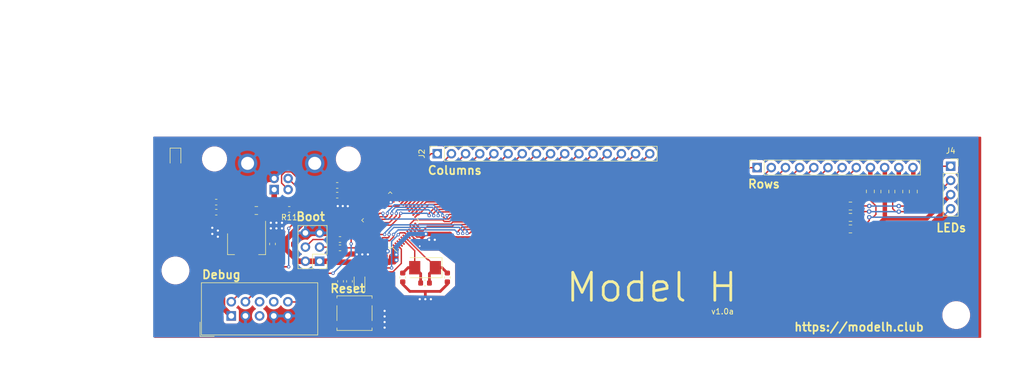
<source format=kicad_pcb>
(kicad_pcb (version 20171130) (host pcbnew "(5.1.5-0-10_14)")
  (title_block (title "Model H") (date 2020-04-26) (rev v0.1))
  (layers (0 F.Cu signal) (31 B.Cu signal) (34 B.Paste user) (35 F.Paste user) (36 B.SilkS user) (37 F.SilkS user) (38 B.Mask user) (39 F.Mask user) (44 Edge.Cuts user))
  (net 0 "")
  (net 1 GND)
  (net 2 +5V)
  (net 3 "Net-(J4-Pad4)")
  (net 4 "Net-(J4-Pad2)")
  (net 5 "Net-(J4-Pad1)")
  (net 6 "Net-(LED1-Pad2)")
  (net 7 "Net-(J1-Pad3)")
  (net 8 "Net-(J1-Pad2)")
  (net 9 +3V3)
  (net 10 "Net-(LED2-Pad2)")
  (net 11 "Net-(J5-Pad4)")
  (net 12 "Net-(J5-Pad3)")
  (net 13 OSC8IN)
  (net 14 OSC8OUT)
  (net 15 nRST)
  (net 16 col15)
  (net 17 col14)
  (net 18 col13)
  (net 19 col12)
  (net 20 col11)
  (net 21 col10)
  (net 22 col9)
  (net 23 col8)
  (net 24 col7)
  (net 25 col6)
  (net 26 col5)
  (net 27 col4)
  (net 28 col3)
  (net 29 col2)
  (net 30 col1)
  (net 31 col0)
  (net 32 row7)
  (net 33 row6)
  (net 34 row5)
  (net 35 row4)
  (net 36 row3)
  (net 37 row2)
  (net 38 row1)
  (net 39 row0)
  (net 40 SWCLK)
  (net 41 SWDIO)
  (net 42 STATUSLED)
  (net 43 D+)
  (net 44 D-)
  (net 45 BOOT0)
  (net 46 led0)
  (net 47 led1)
  (net 48 led2)
  (net 49 BOOT1)
  (net 50 "Net-(J3-Pad12)")
  (net 51 "Net-(J3-Pad11)")
  (net 52 "Net-(J3-Pad10)")
  (net 53 "Net-(J3-Pad9)")
  (net 54 "Net-(J1-Pad1)")
  (module Connector_USB:USB_B_OST_USB-B1HSxx_Horizontal (layer F.Cu) (at 87.47 57.49 90)
    (fp_text reference J1)
    (fp_text value USB_B)
    (pad 5 thru_hole circle (at 4.71 7.27 90) (size 3.5 3.5) (drill 2.33) (layers *.Cu *.Mask) (net 1 GND))
    (pad 5 thru_hole circle (at 4.71 -4.77 90) (size 3.5 3.5) (drill 2.33) (layers *.Cu *.Mask) (net 1 GND))
    (pad 4 thru_hole circle (at 2 0 90) (size 1.7 1.7) (drill 0.92) (layers *.Cu *.Mask) (net 1 GND))
    (pad 3 thru_hole circle (at 2 2.5 90) (size 1.7 1.7) (drill 0.92) (layers *.Cu *.Mask) (net 7 "Net-(J1-Pad3)"))
    (pad 2 thru_hole circle (at 0 2.5 90) (size 1.7 1.7) (drill 0.92) (layers *.Cu *.Mask) (net 8 "Net-(J1-Pad2)"))
    (pad 1 thru_hole rect (at 0 0 90) (size 1.7 1.7) (drill 0.92) (layers *.Cu *.Mask) (net 54 "Net-(J1-Pad1)"))
  )
  (module Connector_PinSocket_2.54mm:PinSocket_1x04_P2.54mm_Vertical (layer F.Cu) (at 208.77 53.3)
    (fp_text reference J4 (at 0 -2.77) (layer F.SilkS))
    (fp_text value Conn_01x04)
    (pad 4 thru_hole oval (at 0 7.62) (size 1.7 1.7) (drill 1) (layers *.Cu *.Mask) (net 3 "Net-(J4-Pad4)"))
    (pad 3 thru_hole oval (at 0 5.08) (size 1.7 1.7) (drill 1) (layers *.Cu *.Mask) (net 9 +3V3))
    (pad 2 thru_hole oval (at 0 2.54) (size 1.7 1.7) (drill 1) (layers *.Cu *.Mask) (net 4 "Net-(J4-Pad2)"))
    (pad 1 thru_hole rect (at 0 0) (size 1.7 1.7) (drill 1) (layers *.Cu *.Mask) (net 5 "Net-(J4-Pad1)"))
  )
  (module Connector_PinSocket_2.54mm:PinSocket_1x16_P2.54mm_Vertical (layer F.Cu) (at 116.71 51.054 90)
    (fp_text reference J2 (at 0 -2.77 90) (layer F.SilkS))
    (fp_text value Conn_01x16)
    (pad 16 thru_hole oval (at 0 38.1 90) (size 1.7 1.7) (drill 1) (layers *.Cu *.Mask) (net 16 col15))
    (pad 15 thru_hole oval (at 0 35.56 90) (size 1.7 1.7) (drill 1) (layers *.Cu *.Mask) (net 17 col14))
    (pad 14 thru_hole oval (at 0 33.02 90) (size 1.7 1.7) (drill 1) (layers *.Cu *.Mask) (net 18 col13))
    (pad 13 thru_hole oval (at 0 30.48 90) (size 1.7 1.7) (drill 1) (layers *.Cu *.Mask) (net 19 col12))
    (pad 12 thru_hole oval (at 0 27.94 90) (size 1.7 1.7) (drill 1) (layers *.Cu *.Mask) (net 20 col11))
    (pad 11 thru_hole oval (at 0 25.4 90) (size 1.7 1.7) (drill 1) (layers *.Cu *.Mask) (net 21 col10))
    (pad 10 thru_hole oval (at 0 22.86 90) (size 1.7 1.7) (drill 1) (layers *.Cu *.Mask) (net 22 col9))
    (pad 9 thru_hole oval (at 0 20.32 90) (size 1.7 1.7) (drill 1) (layers *.Cu *.Mask) (net 23 col8))
    (pad 8 thru_hole oval (at 0 17.78 90) (size 1.7 1.7) (drill 1) (layers *.Cu *.Mask) (net 24 col7))
    (pad 7 thru_hole oval (at 0 15.24 90) (size 1.7 1.7) (drill 1) (layers *.Cu *.Mask) (net 25 col6))
    (pad 6 thru_hole oval (at 0 12.7 90) (size 1.7 1.7) (drill 1) (layers *.Cu *.Mask) (net 26 col5))
    (pad 5 thru_hole oval (at 0 10.16 90) (size 1.7 1.7) (drill 1) (layers *.Cu *.Mask) (net 27 col4))
    (pad 4 thru_hole oval (at 0 7.62 90) (size 1.7 1.7) (drill 1) (layers *.Cu *.Mask) (net 28 col3))
    (pad 3 thru_hole oval (at 0 5.08 90) (size 1.7 1.7) (drill 1) (layers *.Cu *.Mask) (net 29 col2))
    (pad 2 thru_hole oval (at 0 2.54 90) (size 1.7 1.7) (drill 1) (layers *.Cu *.Mask) (net 30 col1))
    (pad 1 thru_hole rect (at 0 0 90) (size 1.7 1.7) (drill 1) (layers *.Cu *.Mask) (net 31 col0))
  )
  (module Capacitor_SMD:C_0402_1005Metric (layer F.Cu) (at 105.87 69.44 180)
    (fp_text reference C14)
    (fp_text value "100 nF")
    (pad 2 smd roundrect (at 0.485 0 180) (size 0.59 0.64) (layers F.Cu F.Paste F.Mask) (net 1 GND))
    (pad 1 smd roundrect (at -0.485 0 180) (size 0.59 0.64) (layers F.Cu F.Paste F.Mask) (net 9 +3V3))
  )
  (module Resistor_SMD:R_0805_2012Metric_Pad1.15x1.40mm_HandSolder (layer F.Cu) (at 84.27 61.24)
    (fp_text reference R16)
    (fp_text value 0)
    (pad 2 smd roundrect (at 1.025 0) (size 1.15 1.4) (layers F.Cu F.Paste F.Mask) (roundrect_rratio 0.217391) (net 54 "Net-(J1-Pad1)"))
    (pad 1 smd roundrect (at -1.025 0) (size 1.15 1.4) (layers F.Cu F.Paste F.Mask) (roundrect_rratio 0.217391) (net 2 +5V))
  )
  (module Resistor_SMD:R_0805_2012Metric (layer F.Cu) (at 190.8 64.54 180)
    (fp_text reference R9)
    (fp_text value 60)
    (pad 2 smd roundrect (at 0.9375 0 180) (size 0.975 1.4) (layers F.Cu F.Paste F.Mask) (net 48 led2))
    (pad 1 smd roundrect (at -0.9375 0 180) (size 0.975 1.4) (layers F.Cu F.Paste F.Mask) (net 3 "Net-(J4-Pad4)"))
  )
  (module Resistor_SMD:R_0805_2012Metric (layer F.Cu) (at 190.8 62.47 180)
    (fp_text reference R8)
    (fp_text value 60)
    (pad 2 smd roundrect (at 0.9375 0 180) (size 0.975 1.4) (layers F.Cu F.Paste F.Mask) (net 47 led1))
    (pad 1 smd roundrect (at -0.9375 0 180) (size 0.975 1.4) (layers F.Cu F.Paste F.Mask) (net 4 "Net-(J4-Pad2)"))
  )
  (module Resistor_SMD:R_0805_2012Metric (layer F.Cu) (at 190.8 60.44 180)
    (fp_text reference R7)
    (fp_text value 60)
    (pad 2 smd roundrect (at 0.9375 0 180) (size 0.975 1.4) (layers F.Cu F.Paste F.Mask) (net 46 led0))
    (pad 1 smd roundrect (at -0.9375 0 180) (size 0.975 1.4) (layers F.Cu F.Paste F.Mask) (net 5 "Net-(J4-Pad1)"))
  )
  (module Resistor_SMD:R_0805_2012Metric_Pad1.15x1.40mm_HandSolder (layer F.Cu) (at 202.07 57.84 270)
    (fp_text reference R15)
    (fp_text value 0)
    (pad 2 smd roundrect (at 1.025 0 270) (size 1.15 1.4) (layers F.Cu F.Paste F.Mask) (roundrect_rratio 0.217391) (net 5 "Net-(J4-Pad1)"))
    (pad 1 smd roundrect (at -1.025 0 270) (size 1.15 1.4) (layers F.Cu F.Paste F.Mask) (roundrect_rratio 0.217391) (net 50 "Net-(J3-Pad12)"))
  )
  (module Resistor_SMD:R_0805_2012Metric_Pad1.15x1.40mm_HandSolder (layer F.Cu) (at 199.47 57.84 270)
    (fp_text reference R14)
    (fp_text value 0)
    (pad 2 smd roundrect (at 1.025 0 270) (size 1.15 1.4) (layers F.Cu F.Paste F.Mask) (roundrect_rratio 0.217391) (net 4 "Net-(J4-Pad2)"))
    (pad 1 smd roundrect (at -1.025 0 270) (size 1.15 1.4) (layers F.Cu F.Paste F.Mask) (roundrect_rratio 0.217391) (net 51 "Net-(J3-Pad11)"))
  )
  (module Resistor_SMD:R_0805_2012Metric_Pad1.15x1.40mm_HandSolder (layer F.Cu) (at 196.97 57.84 270)
    (fp_text reference R13)
    (fp_text value 0)
    (pad 2 smd roundrect (at 1.025 0 270) (size 1.15 1.4) (layers F.Cu F.Paste F.Mask) (roundrect_rratio 0.217391) (net 9 +3V3))
    (pad 1 smd roundrect (at -1.025 0 270) (size 1.15 1.4) (layers F.Cu F.Paste F.Mask) (roundrect_rratio 0.217391) (net 52 "Net-(J3-Pad10)"))
  )
  (module Resistor_SMD:R_0805_2012Metric_Pad1.15x1.40mm_HandSolder (layer F.Cu) (at 194.37 57.815 270)
    (fp_text reference R12)
    (fp_text value 0)
    (pad 2 smd roundrect (at 1.025 0 270) (size 1.15 1.4) (layers F.Cu F.Paste F.Mask) (roundrect_rratio 0.217391) (net 3 "Net-(J4-Pad4)"))
    (pad 1 smd roundrect (at -1.025 0 270) (size 1.15 1.4) (layers F.Cu F.Paste F.Mask) (roundrect_rratio 0.217391) (net 53 "Net-(J3-Pad9)"))
  )
  (module Connector_PinSocket_2.54mm:PinSocket_1x12_P2.54mm_Vertical (layer F.Cu) (at 174.07 53.54 90)
    (fp_text reference J3)
    (fp_text value Conn_01x12)
    (pad 12 thru_hole oval (at 0 27.94 90) (size 1.7 1.7) (drill 1) (layers *.Cu *.Mask) (net 50 "Net-(J3-Pad12)"))
    (pad 11 thru_hole oval (at 0 25.4 90) (size 1.7 1.7) (drill 1) (layers *.Cu *.Mask) (net 51 "Net-(J3-Pad11)"))
    (pad 10 thru_hole oval (at 0 22.86 90) (size 1.7 1.7) (drill 1) (layers *.Cu *.Mask) (net 52 "Net-(J3-Pad10)"))
    (pad 9 thru_hole oval (at 0 20.32 90) (size 1.7 1.7) (drill 1) (layers *.Cu *.Mask) (net 53 "Net-(J3-Pad9)"))
    (pad 8 thru_hole oval (at 0 17.78 90) (size 1.7 1.7) (drill 1) (layers *.Cu *.Mask) (net 32 row7))
    (pad 7 thru_hole oval (at 0 15.24 90) (size 1.7 1.7) (drill 1) (layers *.Cu *.Mask) (net 33 row6))
    (pad 6 thru_hole oval (at 0 12.7 90) (size 1.7 1.7) (drill 1) (layers *.Cu *.Mask) (net 34 row5))
    (pad 5 thru_hole oval (at 0 10.16 90) (size 1.7 1.7) (drill 1) (layers *.Cu *.Mask) (net 35 row4))
    (pad 4 thru_hole oval (at 0 7.62 90) (size 1.7 1.7) (drill 1) (layers *.Cu *.Mask) (net 36 row3))
    (pad 3 thru_hole oval (at 0 5.08 90) (size 1.7 1.7) (drill 1) (layers *.Cu *.Mask) (net 37 row2))
    (pad 2 thru_hole oval (at 0 2.54 90) (size 1.7 1.7) (drill 1) (layers *.Cu *.Mask) (net 38 row1))
    (pad 1 thru_hole rect (at 0 0 90) (size 1.7 1.7) (drill 1) (layers *.Cu *.Mask) (net 39 row0))
  )
  (module Package_QFP:LQFP-48_7x7mm_P0.5mm (layer F.Cu) (at 108.27 62.99 135)
    (fp_text reference U1)
    (fp_text value STM32F103C8Tx)
    (pad 48 smd roundrect (at -2.75 -4.1625 135) (size 0.3 1.475) (layers F.Cu F.Paste F.Mask) (net 9 +3V3))
    (pad 47 smd roundrect (at -2.25 -4.1625 135) (size 0.3 1.475) (layers F.Cu F.Paste F.Mask) (net 1 GND))
    (pad 46 smd roundrect (at -1.75 -4.1625 135) (size 0.3 1.475) (layers F.Cu F.Paste F.Mask) (net 46 led0))
    (pad 45 smd roundrect (at -1.25 -4.1625 135) (size 0.3 1.475) (layers F.Cu F.Paste F.Mask) (net 47 led1))
    (pad 44 smd roundrect (at -0.75 -4.1625 135) (size 0.3 1.475) (layers F.Cu F.Paste F.Mask) (net 45 BOOT0))
    (pad 43 smd roundrect (at -0.25 -4.1625 135) (size 0.3 1.475) (layers F.Cu F.Paste F.Mask) (net 48 led2))
    (pad 42 smd roundrect (at 0.25 -4.1625 135) (size 0.3 1.475) (layers F.Cu F.Paste F.Mask) (net 39 row0))
    (pad 41 smd roundrect (at 0.75 -4.1625 135) (size 0.3 1.475) (layers F.Cu F.Paste F.Mask) (net 38 row1))
    (pad 40 smd roundrect (at 1.25 -4.1625 135) (size 0.3 1.475) (layers F.Cu F.Paste F.Mask) (net 37 row2))
    (pad 39 smd roundrect (at 1.75 -4.1625 135) (size 0.3 1.475) (layers F.Cu F.Paste F.Mask) (net 35 row4))
    (pad 38 smd roundrect (at 2.25 -4.1625 135) (size 0.3 1.475) (layers F.Cu F.Paste F.Mask) (net 36 row3))
    (pad 37 smd roundrect (at 2.75 -4.1625 135) (size 0.3 1.475) (layers F.Cu F.Paste F.Mask) (net 40 SWCLK))
    (pad 36 smd roundrect (at 4.1625 -2.75 135) (size 1.475 0.3) (layers F.Cu F.Paste F.Mask) (net 9 +3V3))
    (pad 35 smd roundrect (at 4.1625 -2.25 135) (size 1.475 0.3) (layers F.Cu F.Paste F.Mask) (net 1 GND))
    (pad 34 smd roundrect (at 4.1625 -1.75 135) (size 1.475 0.3) (layers F.Cu F.Paste F.Mask) (net 41 SWDIO))
    (pad 33 smd roundrect (at 4.1625 -1.25 135) (size 1.475 0.3) (layers F.Cu F.Paste F.Mask) (net 43 D+))
    (pad 32 smd roundrect (at 4.1625 -0.75 135) (size 1.475 0.3) (layers F.Cu F.Paste F.Mask) (net 44 D-))
    (pad 31 smd roundrect (at 4.1625 -0.25 135) (size 1.475 0.3) (layers F.Cu F.Paste F.Mask) (net 31 col0))
    (pad 30 smd roundrect (at 4.1625 0.25 135) (size 1.475 0.3) (layers F.Cu F.Paste F.Mask) (net 30 col1))
    (pad 29 smd roundrect (at 4.1625 0.75 135) (size 1.475 0.3) (layers F.Cu F.Paste F.Mask) (net 29 col2))
    (pad 28 smd roundrect (at 4.1625 1.25 135) (size 1.475 0.3) (layers F.Cu F.Paste F.Mask) (net 28 col3))
    (pad 27 smd roundrect (at 4.1625 1.75 135) (size 1.475 0.3) (layers F.Cu F.Paste F.Mask) (net 27 col4))
    (pad 26 smd roundrect (at 4.1625 2.25 135) (size 1.475 0.3) (layers F.Cu F.Paste F.Mask) (net 26 col5))
    (pad 25 smd roundrect (at 4.1625 2.75 135) (size 1.475 0.3) (layers F.Cu F.Paste F.Mask) (net 25 col6))
    (pad 24 smd roundrect (at 2.75 4.1625 135) (size 0.3 1.475) (layers F.Cu F.Paste F.Mask) (net 9 +3V3))
    (pad 23 smd roundrect (at 2.25 4.1625 135) (size 0.3 1.475) (layers F.Cu F.Paste F.Mask) (net 1 GND))
    (pad 22 smd roundrect (at 1.75 4.1625 135) (size 0.3 1.475) (layers F.Cu F.Paste F.Mask) (net 24 col7))
    (pad 21 smd roundrect (at 1.25 4.1625 135) (size 0.3 1.475) (layers F.Cu F.Paste F.Mask) (net 23 col8))
    (pad 20 smd roundrect (at 0.75 4.1625 135) (size 0.3 1.475) (layers F.Cu F.Paste F.Mask) (net 49 BOOT1))
    (pad 19 smd roundrect (at 0.25 4.1625 135) (size 0.3 1.475) (layers F.Cu F.Paste F.Mask) (net 22 col9))
    (pad 18 smd roundrect (at -0.25 4.1625 135) (size 0.3 1.475) (layers F.Cu F.Paste F.Mask) (net 21 col10))
    (pad 17 smd roundrect (at -0.75 4.1625 135) (size 0.3 1.475) (layers F.Cu F.Paste F.Mask) (net 20 col11))
    (pad 16 smd roundrect (at -1.25 4.1625 135) (size 0.3 1.475) (layers F.Cu F.Paste F.Mask) (net 19 col12))
    (pad 15 smd roundrect (at -1.75 4.1625 135) (size 0.3 1.475) (layers F.Cu F.Paste F.Mask) (net 18 col13))
    (pad 14 smd roundrect (at -2.25 4.1625 135) (size 0.3 1.475) (layers F.Cu F.Paste F.Mask) (net 17 col14))
    (pad 13 smd roundrect (at -2.75 4.1625 135) (size 0.3 1.475) (layers F.Cu F.Paste F.Mask) (net 16 col15))
    (pad 12 smd roundrect (at -4.1625 2.75 135) (size 1.475 0.3) (layers F.Cu F.Paste F.Mask) (net 33 row6))
    (pad 11 smd roundrect (at -4.1625 2.25 135) (size 1.475 0.3) (layers F.Cu F.Paste F.Mask) (net 32 row7))
    (pad 10 smd roundrect (at -4.1625 1.75 135) (size 1.475 0.3) (layers F.Cu F.Paste F.Mask) (net 34 row5))
    (pad 9 smd roundrect (at -4.1625 1.25 135) (size 1.475 0.3) (layers F.Cu F.Paste F.Mask) (net 9 +3V3))
    (pad 8 smd roundrect (at -4.1625 0.75 135) (size 1.475 0.3) (layers F.Cu F.Paste F.Mask) (net 1 GND))
    (pad 7 smd roundrect (at -4.1625 0.25 135) (size 1.475 0.3) (layers F.Cu F.Paste F.Mask) (net 15 nRST))
    (pad 6 smd roundrect (at -4.1625 -0.25 135) (size 1.475 0.3) (layers F.Cu F.Paste F.Mask) (net 13 OSC8IN))
    (pad 5 smd roundrect (at -4.1625 -0.75 135) (size 1.475 0.3) (layers F.Cu F.Paste F.Mask) (net 14 OSC8OUT))
    (pad 4 smd roundrect (at -4.1625 -1.25 135) (size 1.475 0.3) (layers F.Cu F.Paste F.Mask))
    (pad 3 smd roundrect (at -4.1625 -1.75 135) (size 1.475 0.3) (layers F.Cu F.Paste F.Mask))
    (pad 2 smd roundrect (at -4.1625 -2.25 135) (size 1.475 0.3) (layers F.Cu F.Paste F.Mask) (net 42 STATUSLED))
    (pad 1 smd roundrect (at -4.1625 -2.75 135) (size 1.475 0.3) (layers F.Cu F.Paste F.Mask) (net 9 +3V3))
  )
  (module Resistor_SMD:R_0603_1608Metric (layer F.Cu) (at 100.97 73.94 270)
    (fp_text reference R2)
    (fp_text value 330)
    (pad 2 smd roundrect (at 0.7875 0 270) (size 0.875 0.95) (layers F.Cu F.Paste F.Mask) (net 10 "Net-(LED2-Pad2)"))
    (pad 1 smd roundrect (at -0.7875 0 270) (size 0.875 0.95) (layers F.Cu F.Paste F.Mask) (net 42 STATUSLED))
  )
  (module LED_SMD:LED_0805_2012Metric (layer F.Cu) (at 102.77 74.14 90)
    (fp_text reference LED2)
    (fp_text value LED)
    (pad 2 smd roundrect (at 0.9375 0 90) (size 0.975 1.4) (layers F.Cu F.Paste F.Mask) (net 10 "Net-(LED2-Pad2)"))
    (pad 1 smd roundrect (at -0.9375 0 90) (size 0.975 1.4) (layers F.Cu F.Paste F.Mask) (net 1 GND))
  )
  (module Resistor_SMD:R_0603_1608Metric (layer F.Cu) (at 90.17 61.04 180)
    (fp_text reference R11 (at 0 -1.43) (layer F.SilkS))
    (fp_text value 1.5k)
    (pad 2 smd roundrect (at 0.7875 0 180) (size 0.875 0.95) (layers F.Cu F.Paste F.Mask) (net 2 +5V))
    (pad 1 smd roundrect (at -0.7875 0 180) (size 0.875 0.95) (layers F.Cu F.Paste F.Mask) (net 43 D+))
  )
  (module Capacitor_SMD:C_0402_1005Metric (layer F.Cu) (at 110.87 56.74)
    (fp_text reference C13)
    (fp_text value "100 nF")
    (pad 2 smd roundrect (at 0.485 0) (size 0.59 0.64) (layers F.Cu F.Paste F.Mask) (net 1 GND))
    (pad 1 smd roundrect (at -0.485 0) (size 0.59 0.64) (layers F.Cu F.Paste F.Mask) (net 9 +3V3))
  )
  (module Capacitor_SMD:C_0402_1005Metric (layer F.Cu) (at 108.02 69.44 180)
    (fp_text reference C12)
    (fp_text value "100 nF")
    (pad 2 smd roundrect (at 0.485 0 180) (size 0.59 0.64) (layers F.Cu F.Paste F.Mask) (net 1 GND))
    (pad 1 smd roundrect (at -0.485 0 180) (size 0.59 0.64) (layers F.Cu F.Paste F.Mask) (net 9 +3V3))
  )
  (module Capacitor_SMD:C_0402_1005Metric (layer F.Cu) (at 113.47 66.64 180)
    (fp_text reference C11)
    (fp_text value "100 nF")
    (pad 2 smd roundrect (at 0.485 0 180) (size 0.59 0.64) (layers F.Cu F.Paste F.Mask) (net 1 GND))
    (pad 1 smd roundrect (at -0.485 0 180) (size 0.59 0.64) (layers F.Cu F.Paste F.Mask) (net 9 +3V3))
  )
  (module Capacitor_SMD:C_0402_1005Metric (layer F.Cu) (at 101.87 60.84 90)
    (fp_text reference C10)
    (fp_text value "100 nF")
    (pad 2 smd roundrect (at 0.485 0 90) (size 0.59 0.64) (layers F.Cu F.Paste F.Mask) (net 1 GND))
    (pad 1 smd roundrect (at -0.485 0 90) (size 0.59 0.64) (layers F.Cu F.Paste F.Mask) (net 9 +3V3))
  )
  (module Capacitor_SMD:C_0402_1005Metric (layer F.Cu) (at 88.47 67.14 90)
    (fp_text reference C4)
    (fp_text value 100nF)
    (pad 2 smd roundrect (at 0.485 0 90) (size 0.59 0.64) (layers F.Cu F.Paste F.Mask) (net 1 GND))
    (pad 1 smd roundrect (at -0.485 0 90) (size 0.59 0.64) (layers F.Cu F.Paste F.Mask) (net 9 +3V3))
  )
  (module Capacitor_SMD:C_0402_1005Metric (layer F.Cu) (at 77.555 63.24 180)
    (fp_text reference C2)
    (fp_text value 100nF)
    (pad 2 smd roundrect (at 0.485 0 180) (size 0.59 0.64) (layers F.Cu F.Paste F.Mask) (net 1 GND))
    (pad 1 smd roundrect (at -0.485 0 180) (size 0.59 0.64) (layers F.Cu F.Paste F.Mask) (net 2 +5V))
  )
  (module Connector_IDC:IDC-Header_2x05_P2.54mm_Vertical (layer F.Cu) (at 79.77 80.14 90)
    (fp_text reference J6)
    (fp_text value Conn_02x05_Odd_Even)
    (pad 10 thru_hole oval (at 2.54 10.16 90) (size 1.7272 1.7272) (drill 1.016) (layers *.Cu *.Mask) (net 15 nRST))
    (pad 9 thru_hole oval (at 0 10.16 90) (size 1.7272 1.7272) (drill 1.016) (layers *.Cu *.Mask) (net 1 GND))
    (pad 8 thru_hole oval (at 2.54 7.62 90) (size 1.7272 1.7272) (drill 1.016) (layers *.Cu *.Mask))
    (pad 7 thru_hole oval (at 0 7.62 90) (size 1.7272 1.7272) (drill 1.016) (layers *.Cu *.Mask) (net 1 GND))
    (pad 6 thru_hole oval (at 2.54 5.08 90) (size 1.7272 1.7272) (drill 1.016) (layers *.Cu *.Mask))
    (pad 5 thru_hole oval (at 0 5.08 90) (size 1.7272 1.7272) (drill 1.016) (layers *.Cu *.Mask))
    (pad 4 thru_hole oval (at 2.54 2.54 90) (size 1.7272 1.7272) (drill 1.016) (layers *.Cu *.Mask) (net 40 SWCLK))
    (pad 3 thru_hole oval (at 0 2.54 90) (size 1.7272 1.7272) (drill 1.016) (layers *.Cu *.Mask) (net 1 GND))
    (pad 2 thru_hole oval (at 2.54 0 90) (size 1.7272 1.7272) (drill 1.016) (layers *.Cu *.Mask) (net 41 SWDIO))
    (pad 1 thru_hole rect (at 0 0 90) (size 1.7272 1.7272) (drill 1.016) (layers *.Cu *.Mask) (net 9 +3V3))
  )
  (module Connector_PinHeader_2.54mm:PinHeader_2x03_P2.54mm_Vertical (layer F.Cu) (at 95.61 70.34 180)
    (fp_text reference J5)
    (fp_text value Conn_02x03_Odd_Even)
    (pad 6 thru_hole oval (at 2.54 5.08 180) (size 1.7 1.7) (drill 1) (layers *.Cu *.Mask) (net 1 GND))
    (pad 5 thru_hole oval (at 0 5.08 180) (size 1.7 1.7) (drill 1) (layers *.Cu *.Mask) (net 1 GND))
    (pad 4 thru_hole oval (at 2.54 2.54 180) (size 1.7 1.7) (drill 1) (layers *.Cu *.Mask) (net 11 "Net-(J5-Pad4)"))
    (pad 3 thru_hole oval (at 0 2.54 180) (size 1.7 1.7) (drill 1) (layers *.Cu *.Mask) (net 12 "Net-(J5-Pad3)"))
    (pad 2 thru_hole oval (at 2.54 0 180) (size 1.7 1.7) (drill 1) (layers *.Cu *.Mask) (net 9 +3V3))
    (pad 1 thru_hole rect (at 0 0 180) (size 1.7 1.7) (drill 1) (layers *.Cu *.Mask) (net 9 +3V3))
  )
  (module Resistor_SMD:R_0603_1608Metric (layer F.Cu) (at 99.27 66.44 180)
    (fp_text reference R10)
    (fp_text value 100k)
    (pad 2 smd roundrect (at 0.7875 0 180) (size 0.875 0.95) (layers F.Cu F.Paste F.Mask) (net 11 "Net-(J5-Pad4)"))
    (pad 1 smd roundrect (at -0.7875 0 180) (size 0.875 0.95) (layers F.Cu F.Paste F.Mask) (net 49 BOOT1))
  )
  (module Resistor_SMD:R_0603_1608Metric (layer F.Cu) (at 99.27 67.94)
    (fp_text reference R5)
    (fp_text value 100k)
    (pad 2 smd roundrect (at 0.7875 0) (size 0.875 0.95) (layers F.Cu F.Paste F.Mask) (net 45 BOOT0))
    (pad 1 smd roundrect (at -0.7875 0) (size 0.875 0.95) (layers F.Cu F.Paste F.Mask) (net 12 "Net-(J5-Pad3)"))
  )
  (module Capacitor_SMD:C_0603_1608Metric (layer F.Cu) (at 99.37 73.94 270)
    (fp_text reference C9)
    (fp_text value 100nF)
    (pad 2 smd roundrect (at 0.7875 0 270) (size 0.875 0.95) (layers F.Cu F.Paste F.Mask) (net 1 GND))
    (pad 1 smd roundrect (at -0.7875 0 270) (size 0.875 0.95) (layers F.Cu F.Paste F.Mask) (net 15 nRST))
  )
  (module Resistor_SMD:R_0603_1608Metric (layer F.Cu) (at 98.77 58.49)
    (fp_text reference R3)
    (fp_text value 22)
    (pad 2 smd roundrect (at 0.7875 0) (size 0.875 0.95) (layers F.Cu F.Paste F.Mask) (net 43 D+))
    (pad 1 smd roundrect (at -0.7875 0) (size 0.875 0.95) (layers F.Cu F.Paste F.Mask) (net 7 "Net-(J1-Pad3)"))
  )
  (module Capacitor_SMD:C_0603_1608Metric (layer F.Cu) (at 110.52 73.24 270)
    (fp_text reference C6)
    (fp_text value 20pF)
    (pad 2 smd roundrect (at 0.7875 0 270) (size 0.875 0.95) (layers F.Cu F.Paste F.Mask) (net 1 GND))
    (pad 1 smd roundrect (at -0.7875 0 270) (size 0.875 0.95) (layers F.Cu F.Paste F.Mask) (net 14 OSC8OUT))
  )
  (module Capacitor_SMD:C_0603_1608Metric (layer F.Cu) (at 118.52 73.24 270)
    (fp_text reference C5)
    (fp_text value 20pF)
    (pad 2 smd roundrect (at 0.7875 0 270) (size 0.875 0.95) (layers F.Cu F.Paste F.Mask) (net 1 GND))
    (pad 1 smd roundrect (at -0.7875 0 270) (size 0.875 0.95) (layers F.Cu F.Paste F.Mask) (net 13 OSC8IN))
  )
  (module Resistor_SMD:R_0603_1608Metric (layer F.Cu) (at 77.07 59.74)
    (fp_text reference R1)
    (fp_text value 330)
    (pad 2 smd roundrect (at 0.7875 0) (size 0.875 0.95) (layers F.Cu F.Paste F.Mask) (net 6 "Net-(LED1-Pad2)"))
    (pad 1 smd roundrect (at -0.7875 0) (size 0.875 0.95) (layers F.Cu F.Paste F.Mask) (net 9 +3V3))
  )
  (module Button_Switch_SMD:SW_SPST_EVPBF (layer F.Cu) (at 101.87 79.64 180)
    (fp_text reference SW1)
    (fp_text value SW_Push)
    (pad 2 smd rect (at 2.88 2 180) (size 2.75 1) (layers F.Cu F.Paste F.Mask) (net 15 nRST))
    (pad 2 smd rect (at -2.88 2 180) (size 2.75 1) (layers F.Cu F.Paste F.Mask) (net 15 nRST))
    (pad 1 smd rect (at -2.88 -2 180) (size 2.75 1) (layers F.Cu F.Paste F.Mask) (net 1 GND))
    (pad 1 smd rect (at 2.88 -2 180) (size 2.75 1) (layers F.Cu F.Paste F.Mask) (net 1 GND))
  )
  (module Resistor_SMD:R_0603_1608Metric (layer F.Cu) (at 98.77 56.74)
    (fp_text reference R4)
    (fp_text value 22)
    (pad 2 smd roundrect (at 0.7875 0) (size 0.875 0.95) (layers F.Cu F.Paste F.Mask) (net 44 D-))
    (pad 1 smd roundrect (at -0.7875 0) (size 0.875 0.95) (layers F.Cu F.Paste F.Mask) (net 8 "Net-(J1-Pad2)"))
  )
  (module Crystal:Crystal_SMD_5032-2Pin_5.0x3.2mm (layer F.Cu) (at 114.52 71.49 180)
    (fp_text reference Y1)
    (fp_text value 8MHz)
    (pad 2 smd rect (at 1.85 0 180) (size 2 2.4) (layers F.Cu F.Paste F.Mask) (net 14 OSC8OUT))
    (pad 1 smd rect (at -1.85 0 180) (size 2 2.4) (layers F.Cu F.Paste F.Mask) (net 13 OSC8IN))
  )
  (module Package_TO_SOT_SMD:SOT-223-3_TabPin2 (layer F.Cu) (at 82.52 67.24 270)
    (fp_text reference U2)
    (fp_text value AMS1117-3.3)
    (pad 1 smd rect (at -3.15 -2.3 270) (size 2 1.5) (layers F.Cu F.Paste F.Mask) (net 1 GND))
    (pad 3 smd rect (at -3.15 2.3 270) (size 2 1.5) (layers F.Cu F.Paste F.Mask) (net 2 +5V))
    (pad 2 smd rect (at -3.15 0 270) (size 2 1.5) (layers F.Cu F.Paste F.Mask) (net 9 +3V3))
    (pad 2 smd rect (at 3.15 0 270) (size 2 3.8) (layers F.Cu F.Paste F.Mask) (net 9 +3V3))
  )
  (module Resistor_SMD:R_0603_1608Metric (layer F.Cu) (at 114.52 74.24 180)
    (fp_text reference R6)
    (fp_text value 1M)
    (pad 2 smd roundrect (at 0.7875 0 180) (size 0.875 0.95) (layers F.Cu F.Paste F.Mask) (net 14 OSC8OUT))
    (pad 1 smd roundrect (at -0.7875 0 180) (size 0.875 0.95) (layers F.Cu F.Paste F.Mask) (net 13 OSC8IN))
  )
  (module Capacitor_SMD:C_0603_1608Metric (layer F.Cu) (at 87.17 67.24 90)
    (fp_text reference C3)
    (fp_text value 330uF)
    (pad 2 smd roundrect (at 0.7875 0 90) (size 0.875 0.95) (layers F.Cu F.Paste F.Mask) (net 1 GND))
    (pad 1 smd roundrect (at -0.7875 0 90) (size 0.875 0.95) (layers F.Cu F.Paste F.Mask) (net 9 +3V3))
  )
  (module Capacitor_SMD:C_0603_1608Metric (layer F.Cu) (at 77.0825 61.54 180)
    (fp_text reference C1)
    (fp_text value 100uF)
    (pad 2 smd roundrect (at 0.7875 0 180) (size 0.875 0.95) (layers F.Cu F.Paste F.Mask) (net 1 GND))
    (pad 1 smd roundrect (at -0.7875 0 180) (size 0.875 0.95) (layers F.Cu F.Paste F.Mask) (net 2 +5V))
  )
  (module MountingHole:MountingHole_4mm (layer F.Cu) (at 209.77 79.99)
    (fp_text reference REF** hide)
    (fp_text value MountingHole_4mm hide)
    (pad 1 np_thru_hole circle (at 0 0) (size 4 4) (drill 4) (layers *.Cu *.Mask))
  )
  (module LED_SMD:LED_0805_2012Metric (layer F.Cu) (at 69.77 51.74 270)
    (fp_text reference LED1)
    (fp_text value LED)
    (pad 2 smd roundrect (at 0.9375 0 270) (size 0.975 1.4) (layers F.Cu F.Paste F.Mask) (net 6 "Net-(LED1-Pad2)"))
    (pad 1 smd roundrect (at -0.9375 0 270) (size 0.975 1.4) (layers F.Cu F.Paste F.Mask) (net 1 GND))
  )
  (module MountingHole:MountingHole_4mm (layer F.Cu) (at 69.77 71.99)
    (fp_text reference REF** hide)
    (fp_text value MountingHole_4mm hide)
    (pad 1 np_thru_hole circle (at 0 0) (size 4 4) (drill 4) (layers *.Cu *.Mask))
  )
  (module MountingHole:MountingHole_3.5mm (layer F.Cu) (at 100.77 51.99)
    (fp_text reference REF** hide)
    (fp_text value MountingHole_3.5mm hide)
    (pad 1 np_thru_hole circle (at 0 0) (size 3.5 3.5) (drill 3.5) (layers *.Cu *.Mask))
  )
  (module MountingHole:MountingHole_3.5mm (layer F.Cu) (at 76.77 51.99)
    (fp_text reference REF** hide)
    (fp_text value MountingHole_3.5mm hide)
    (pad 1 np_thru_hole circle (at 0 0) (size 3.5 3.5) (drill 3.5) (layers *.Cu *.Mask))
  )
  (gr_text LEDs (at 208.87 64.34) (layer F.SilkS) (effects (font (size 1.5 1.5) (thickness 0.3))))
  (gr_text Boot (at 91.27 62.34) (layer F.SilkS) (effects (font (size 1.5 1.5) (thickness 0.3)) (justify left)))
  (gr_text Reset (at 97.37 75.24) (layer F.SilkS) (effects (font (size 1.5 1.5) (thickness 0.3)) (justify left)))
  (gr_text Debug (at 74.37 72.74) (layer F.SilkS) (effects (font (size 1.5 1.5) (thickness 0.3)) (justify left)))
  (gr_poly (pts (xy 87.37 67.74) (xy 84.97 70.34) (xy 79.57 70.34) (xy 77.07 67.64) (xy 81.87 64.94) (xy 83.27 64.94)) (layer F.Cu) (width 0.1))
  (gr_text Columns (at 114.87 54.04) (layer F.SilkS) (effects (font (size 1.5 1.5) (thickness 0.3)) (justify left)))
  (gr_text Rows (at 172.27 56.49) (layer F.SilkS) (effects (font (size 1.5 1.5) (thickness 0.3)) (justify left)))
  (gr_text https://modelh.club (at 180.57 82.14) (layer F.SilkS) (effects (font (size 1.5 1.5) (thickness 0.3)) (justify left)))
  (gr_line (start 64.77 84.99) (end 64.77 46.99) (layer Edge.Cuts) (width 0.001))
  (gr_line (start 214.77 84.99) (end 64.77 84.99) (layer Edge.Cuts) (width 0.001))
  (gr_line (start 214.77 46.99) (end 214.77 84.99) (layer Edge.Cuts) (width 0.001))
  (gr_line (start 64.77 46.99) (end 214.77 46.99) (layer Edge.Cuts) (width 0.001))
  (gr_text v1.0a (at 167.87 79.34) (layer F.SilkS) (effects (font (size 1 1))))
  (gr_text "Model H" (at 155.17 75.04) (layer F.SilkS) (effects (font (size 5 5) (thickness 0.5))))
  (segment (start 106.917658 67.524322) (end 106.882318 67.524322) (width 0.25) (layer F.Cu) (net 1))
  (segment (start 111.743662 65.403002) (end 111.748002 65.403002) (width 0.25) (layer F.Cu) (net 1))
  (segment (start 102.45302 60.355) (end 101.87 60.355) (width 0.25) (layer F.Cu) (net 1))
  (segment (start 103.735678 61.637658) (end 102.45302 60.355) (width 0.25) (layer F.Cu) (net 1))
  (via (at 108.37 59.74) (size 0.8) (drill 0.4) (layers F.Cu B.Cu) (net 1))
  (segment (start 109.622342 58.487658) (end 108.37 59.74) (width 0.25) (layer F.Cu) (net 1))
  (segment (start 109.622342 58.455678) (end 109.622342 58.487658) (width 0.25) (layer F.Cu) (net 1))
  (segment (start 100.77499 60.355) (end 100.67 60.45999) (width 0.5) (layer F.Cu) (net 1))
  (via (at 100.67 60.45999) (size 0.8) (drill 0.4) (layers F.Cu B.Cu) (net 1))
  (segment (start 101.87 60.355) (end 100.77499 60.355) (width 0.5) (layer F.Cu) (net 1))
  (via (at 76.37 64.34) (size 0.8) (drill 0.4) (layers F.Cu B.Cu) (net 1))
  (segment (start 76.295 64.265) (end 76.37 64.34) (width 0.5) (layer F.Cu) (net 1))
  (segment (start 76.295 61.54) (end 76.295 64.265) (width 0.5) (layer F.Cu) (net 1))
  (segment (start 77.07 63.64) (end 76.37 64.34) (width 0.5) (layer F.Cu) (net 1))
  (segment (start 77.07 63.24) (end 77.07 63.64) (width 0.5) (layer F.Cu) (net 1))
  (via (at 77.37 64.84) (size 0.8) (drill 0.4) (layers F.Cu B.Cu) (net 1))
  (via (at 76.37 65.44) (size 0.8) (drill 0.4) (layers F.Cu B.Cu) (net 1))
  (via (at 77.37 65.94) (size 0.8) (drill 0.4) (layers F.Cu B.Cu) (net 1))
  (via (at 86.87 63.44) (size 0.8) (drill 0.4) (layers F.Cu B.Cu) (net 1))
  (via (at 86.87 64.44) (size 0.8) (drill 0.4) (layers F.Cu B.Cu) (net 1))
  (via (at 104.27 69.11001) (size 0.8) (drill 0.4) (layers F.Cu B.Cu) (net 1))
  (via (at 103.27 69.11001) (size 0.8) (drill 0.4) (layers F.Cu B.Cu) (net 1))
  (segment (start 107.535 68.79999) (end 107.79499 68.54) (width 0.5) (layer F.Cu) (net 1))
  (via (at 107.79499 68.54) (size 0.8) (drill 0.4) (layers F.Cu B.Cu) (net 1))
  (segment (start 107.535 69.49) (end 107.535 68.79999) (width 0.5) (layer F.Cu) (net 1))
  (segment (start 109.657554 58.455678) (end 111.355 56.758232) (width 0.25) (layer F.Cu) (net 1))
  (segment (start 111.355 56.758232) (end 111.355 56.74) (width 0.25) (layer F.Cu) (net 1))
  (segment (start 109.622342 58.455678) (end 109.657554 58.455678) (width 0.25) (layer F.Cu) (net 1))
  (via (at 99.77 60.44) (size 0.8) (drill 0.4) (layers F.Cu B.Cu) (net 1))
  (via (at 98.87 60.44) (size 0.8) (drill 0.4) (layers F.Cu B.Cu) (net 1))
  (via (at 87.87 63.44) (size 0.8) (drill 0.4) (layers F.Cu B.Cu) (net 1))
  (via (at 87.87 64.44) (size 0.8) (drill 0.4) (layers F.Cu B.Cu) (net 1))
  (via (at 88.87 63.44) (size 0.8) (drill 0.4) (layers F.Cu B.Cu) (net 1))
  (via (at 88.87 64.44) (size 0.8) (drill 0.4) (layers F.Cu B.Cu) (net 1))
  (via (at 102.27 69.11) (size 0.8) (drill 0.4) (layers F.Cu B.Cu) (net 1))
  (segment (start 112.985 66.64) (end 112.985 67.055) (width 0.5) (layer F.Cu) (net 1))
  (segment (start 112.985 67.055) (end 113.57 67.64) (width 0.5) (layer F.Cu) (net 1))
  (segment (start 111.748002 65.403002) (end 112.985 66.64) (width 0.25) (layer F.Cu) (net 1))
  (segment (start 105.385 69.05698) (end 105.385 69.24) (width 0.25) (layer F.Cu) (net 1))
  (segment (start 106.917658 67.524322) (end 105.385 69.05698) (width 0.25) (layer F.Cu) (net 1))
  (segment (start 105.21499 69.41001) (end 105.385 69.24) (width 0.5) (layer F.Cu) (net 1))
  (via (at 107.27 82.24) (size 0.8) (drill 0.4) (layers F.Cu B.Cu) (net 1))
  (via (at 107.27 81.24) (size 0.8) (drill 0.4) (layers F.Cu B.Cu) (net 1))
  (via (at 107.27 80.24) (size 0.8) (drill 0.4) (layers F.Cu B.Cu) (net 1))
  (via (at 107.27 79.24) (size 0.8) (drill 0.4) (layers F.Cu B.Cu) (net 1))
  (segment (start 112.6275 66.39292) (end 112.57229 66.33771) (width 0.5) (layer F.Cu) (net 1))
  (segment (start 112.6275 66.5775) (end 112.6275 66.39292) (width 0.5) (layer F.Cu) (net 1))
  (segment (start 112.69 66.64) (end 112.6275 66.5775) (width 0.5) (layer F.Cu) (net 1))
  (segment (start 112.985 66.64) (end 112.69 66.64) (width 0.5) (layer F.Cu) (net 1))
  (segment (start 113.57 67.64) (end 113.57 67.64) (width 0.5) (layer F.Cu) (net 1))
  (via (at 113.57 67.64) (size 0.6) (drill 0.3) (layers F.Cu B.Cu) (net 1))
  (via (at 115.27 66.49) (size 0.8) (drill 0.4) (layers F.Cu B.Cu) (net 1))
  (via (at 116.27 66.49) (size 0.8) (drill 0.4) (layers F.Cu B.Cu) (net 1))
  (segment (start 118.52 74.465) (end 117.245 75.74) (width 0.5) (layer F.Cu) (net 1))
  (segment (start 118.52 74.0275) (end 118.52 74.465) (width 0.5) (layer F.Cu) (net 1))
  (segment (start 110.52 74.465) (end 111.795 75.74) (width 0.5) (layer F.Cu) (net 1))
  (segment (start 110.52 74.0275) (end 110.52 74.465) (width 0.5) (layer F.Cu) (net 1))
  (via (at 114.57 77.14) (size 0.8) (drill 0.4) (layers F.Cu B.Cu) (net 1))
  (via (at 115.57 77.14) (size 0.8) (drill 0.4) (layers F.Cu B.Cu) (net 1))
  (via (at 113.57 77.14) (size 0.8) (drill 0.4) (layers F.Cu B.Cu) (net 1))
  (segment (start 111.795 75.74) (end 114.57 75.74) (width 0.5) (layer F.Cu) (net 1))
  (segment (start 114.57 75.74) (end 114.57 77.14) (width 0.5) (layer F.Cu) (net 1))
  (segment (start 114.57 75.74) (end 117.245 75.74) (width 0.5) (layer F.Cu) (net 1))
  (segment (start 78.47 64.09) (end 80.22 64.09) (width 1) (layer F.Cu) (net 2))
  (segment (start 78.06501 63.68501) (end 78.47 64.09) (width 1) (layer F.Cu) (net 2))
  (segment (start 78.06501 62.21001) (end 78.06501 63.68501) (width 1) (layer F.Cu) (net 2))
  (segment (start 77.87 62.015) (end 78.06501 62.21001) (width 1) (layer F.Cu) (net 2))
  (segment (start 77.87 61.54) (end 77.87 62.015) (width 1) (layer F.Cu) (net 2))
  (segment (start 78.17 61.24) (end 77.87 61.54) (width 1) (layer F.Cu) (net 2))
  (segment (start 83.245 61.24) (end 78.17 61.24) (width 1) (layer F.Cu) (net 2))
  (segment (start 89.3825 61.515) (end 89.3825 61.04) (width 0.25) (layer F.Cu) (net 2))
  (segment (start 88.4575 62.44) (end 89.3825 61.515) (width 0.25) (layer F.Cu) (net 2))
  (segment (start 80.62 62.44) (end 88.4575 62.44) (width 0.25) (layer F.Cu) (net 2))
  (segment (start 80.22 62.84) (end 80.62 62.44) (width 0.25) (layer F.Cu) (net 2))
  (segment (start 80.22 64.09) (end 80.22 62.84) (width 0.25) (layer F.Cu) (net 2))
  (via (at 194.17 62.44) (size 0.8) (drill 0.4) (layers F.Cu B.Cu) (net 3))
  (segment (start 194.17 62.44) (end 207.25 62.44) (width 0.25) (layer B.Cu) (net 3))
  (segment (start 207.25 62.44) (end 208.77 60.92) (width 0.25) (layer B.Cu) (net 3))
  (segment (start 194.37 59.415) (end 194.37 58.84) (width 0.25) (layer F.Cu) (net 3))
  (segment (start 195.37 60.415) (end 194.37 59.415) (width 0.25) (layer F.Cu) (net 3))
  (segment (start 195.37 61.94) (end 195.37 60.415) (width 0.25) (layer F.Cu) (net 3))
  (segment (start 194.87 62.44) (end 195.37 61.94) (width 0.25) (layer F.Cu) (net 3))
  (segment (start 194.17 62.44) (end 194.87 62.44) (width 0.25) (layer F.Cu) (net 3))
  (segment (start 192.67 64.54) (end 194.17 63.04) (width 0.25) (layer F.Cu) (net 3))
  (segment (start 194.17 63.04) (end 194.17 62.44) (width 0.25) (layer F.Cu) (net 3))
  (segment (start 191.7375 64.54) (end 192.67 64.54) (width 0.25) (layer F.Cu) (net 3))
  (segment (start 203.17 61.44) (end 208.77 55.84) (width 0.25) (layer F.Cu) (net 4))
  (segment (start 199.47 61.44) (end 203.17 61.44) (width 0.25) (layer F.Cu) (net 4))
  (segment (start 198.37 59.265) (end 198.77 58.865) (width 0.25) (layer F.Cu) (net 4))
  (segment (start 198.77 58.865) (end 199.47 58.865) (width 0.25) (layer F.Cu) (net 4))
  (segment (start 198.37 60.905685) (end 198.37 59.265) (width 0.25) (layer F.Cu) (net 4))
  (segment (start 198.904315 61.44) (end 198.37 60.905685) (width 0.25) (layer F.Cu) (net 4))
  (segment (start 199.47 61.44) (end 198.904315 61.44) (width 0.25) (layer F.Cu) (net 4))
  (via (at 199.47 61.44) (size 0.8) (drill 0.4) (layers F.Cu B.Cu) (net 4))
  (segment (start 199.47 61.44) (end 194.17 61.44) (width 0.25) (layer B.Cu) (net 4))
  (via (at 194.15734 61.42734) (size 0.8) (drill 0.4) (layers F.Cu B.Cu) (net 4))
  (segment (start 194.17 61.44) (end 194.15734 61.42734) (width 0.25) (layer B.Cu) (net 4))
  (segment (start 192.24 62.47) (end 193.28266 61.42734) (width 0.25) (layer F.Cu) (net 4))
  (segment (start 193.28266 61.42734) (end 194.15734 61.42734) (width 0.25) (layer F.Cu) (net 4))
  (segment (start 191.7375 62.47) (end 192.24 62.47) (width 0.25) (layer F.Cu) (net 4))
  (segment (start 205.57 54.74) (end 205.57 57.54) (width 0.25) (layer F.Cu) (net 5))
  (segment (start 204.245 58.865) (end 202.07 58.865) (width 0.25) (layer F.Cu) (net 5))
  (segment (start 207.01 53.3) (end 205.57 54.74) (width 0.25) (layer F.Cu) (net 5))
  (segment (start 205.57 57.54) (end 204.245 58.865) (width 0.25) (layer F.Cu) (net 5))
  (segment (start 208.77 53.3) (end 207.01 53.3) (width 0.25) (layer F.Cu) (net 5))
  (via (at 199.47 60.44) (size 0.8) (drill 0.4) (layers F.Cu B.Cu) (net 5))
  (segment (start 202.07 59.44) (end 202.07 58.865) (width 0.25) (layer F.Cu) (net 5))
  (segment (start 201.07 60.44) (end 202.07 59.44) (width 0.25) (layer F.Cu) (net 5))
  (segment (start 199.47 60.44) (end 201.07 60.44) (width 0.25) (layer F.Cu) (net 5))
  (segment (start 199.47 60.44) (end 194.18275 60.44) (width 0.25) (layer B.Cu) (net 5))
  (via (at 194.170161 60.427411) (size 0.8) (drill 0.4) (layers F.Cu B.Cu) (net 5))
  (segment (start 194.18275 60.44) (end 194.170161 60.427411) (width 0.25) (layer B.Cu) (net 5))
  (segment (start 194.16275 60.42) (end 194.170161 60.427411) (width 0.25) (layer F.Cu) (net 5))
  (segment (start 191.5875 60.42) (end 194.16275 60.42) (width 0.25) (layer F.Cu) (net 5))
  (segment (start 74.0325 56.94) (end 69.77 52.6775) (width 0.25) (layer F.Cu) (net 6))
  (segment (start 77.8575 59.265) (end 75.5325 56.94) (width 0.25) (layer F.Cu) (net 6))
  (segment (start 75.5325 56.94) (end 74.0325 56.94) (width 0.25) (layer F.Cu) (net 6))
  (segment (start 77.8575 59.74) (end 77.8575 59.265) (width 0.25) (layer F.Cu) (net 6))
  (segment (start 92.97 58.49) (end 89.97 55.49) (width 0.25) (layer F.Cu) (net 7))
  (segment (start 97.9825 58.49) (end 92.97 58.49) (width 0.25) (layer F.Cu) (net 7))
  (segment (start 89.120001 56.640001) (end 89.97 57.49) (width 0.25) (layer F.Cu) (net 8))
  (segment (start 88.794999 56.314999) (end 89.120001 56.640001) (width 0.25) (layer F.Cu) (net 8))
  (segment (start 88.794999 54.925999) (end 88.794999 56.314999) (width 0.25) (layer F.Cu) (net 8))
  (segment (start 89.405999 54.314999) (end 88.794999 54.925999) (width 0.25) (layer F.Cu) (net 8))
  (segment (start 90.534001 54.314999) (end 89.405999 54.314999) (width 0.25) (layer F.Cu) (net 8))
  (segment (start 92.959002 56.74) (end 90.534001 54.314999) (width 0.25) (layer F.Cu) (net 8))
  (segment (start 97.9825 56.74) (end 92.959002 56.74) (width 0.25) (layer F.Cu) (net 8))
  (segment (start 113.955 66.32) (end 113.955 66.64) (width 0.25) (layer F.Cu) (net 9))
  (segment (start 113.62999 65.99499) (end 113.955 66.32) (width 0.25) (layer F.Cu) (net 9))
  (segment (start 113.955 66.64) (end 113.955 66.155) (width 0.5) (layer F.Cu) (net 9))
  (segment (start 113.955 66.155) (end 114.67 65.44) (width 0.5) (layer F.Cu) (net 9))
  (segment (start 102.536212 61.991212) (end 101.87 61.325) (width 0.3) (layer F.Cu) (net 9))
  (segment (start 103.382124 61.991212) (end 102.536212 61.991212) (width 0.3) (layer F.Cu) (net 9))
  (segment (start 109.268788 58.102124) (end 109.268788 57.956212) (width 0.3) (layer F.Cu) (net 9))
  (segment (start 82.52 64.09) (end 82.52 70.39) (width 1) (layer F.Cu) (net 9))
  (segment (start 108.505 69.49) (end 108.505 69.81) (width 0.5) (layer F.Cu) (net 9))
  (segment (start 106.505 70.24502) (end 106.505 69.49) (width 0.5) (layer F.Cu) (net 9))
  (segment (start 108.05499 70.26001) (end 106.49001 70.26001) (width 0.5) (layer F.Cu) (net 9))
  (segment (start 106.49001 70.26001) (end 106.505 70.24502) (width 0.5) (layer F.Cu) (net 9))
  (segment (start 106.505 68.644088) (end 107.271212 67.877876) (width 0.3) (layer F.Cu) (net 9))
  (segment (start 106.505 69.49) (end 106.505 68.644088) (width 0.3) (layer F.Cu) (net 9))
  (segment (start 78.206399 71.803601) (end 79.62 70.39) (width 1) (layer F.Cu) (net 9))
  (segment (start 78.206399 78.576399) (end 78.206399 71.803601) (width 1) (layer F.Cu) (net 9))
  (segment (start 79.62 70.39) (end 82.52 70.39) (width 1) (layer F.Cu) (net 9))
  (segment (start 79.77 80.14) (end 78.206399 78.576399) (width 1) (layer F.Cu) (net 9))
  (segment (start 84.8075 70.39) (end 87.17 68.0275) (width 1) (layer F.Cu) (net 9))
  (segment (start 82.52 70.39) (end 84.8075 70.39) (width 1) (layer F.Cu) (net 9))
  (segment (start 88.09251 68.0275) (end 88.47 67.65001) (width 1) (layer F.Cu) (net 9))
  (segment (start 87.17 68.0275) (end 88.09251 68.0275) (width 1) (layer F.Cu) (net 9))
  (segment (start 88.09251 68.0275) (end 88.9575 68.0275) (width 1) (layer F.Cu) (net 9))
  (segment (start 108.77383 58.102124) (end 109.268788 58.102124) (width 0.25) (layer F.Cu) (net 9))
  (segment (start 103.737939 62.559159) (end 104.316795 62.559159) (width 0.25) (layer F.Cu) (net 9))
  (segment (start 104.316795 62.559159) (end 108.77383 58.102124) (width 0.25) (layer F.Cu) (net 9))
  (segment (start 103.382124 62.203344) (end 103.737939 62.559159) (width 0.25) (layer F.Cu) (net 9))
  (segment (start 103.382124 61.991212) (end 103.382124 62.203344) (width 0.25) (layer F.Cu) (net 9))
  (segment (start 79.62 70.39) (end 75.51999 66.28999) (width 0.25) (layer F.Cu) (net 9))
  (segment (start 114.67 65.44) (end 114.67 65.44) (width 0.5) (layer F.Cu) (net 9))
  (via (at 114.67 65.44) (size 0.8) (drill 0.4) (layers F.Cu B.Cu) (net 9))
  (segment (start 108.05499 70.26001) (end 108.375 69.94) (width 0.5) (layer F.Cu) (net 9))
  (segment (start 101.84499 61.35001) (end 101.87 61.35001) (width 1) (layer F.Cu) (net 9))
  (segment (start 94.476007 61.559991) (end 101.635009 61.559991) (width 1) (layer F.Cu) (net 9))
  (segment (start 89.49001 66.545988) (end 94.476007 61.559991) (width 1) (layer F.Cu) (net 9))
  (segment (start 101.635009 61.559991) (end 101.84499 61.35001) (width 1) (layer F.Cu) (net 9))
  (segment (start 89.49001 67.49499) (end 89.49001 66.545988) (width 1) (layer F.Cu) (net 9))
  (segment (start 76.952008 67.65001) (end 88.993552 67.65001) (width 1) (layer F.Cu) (net 9))
  (segment (start 88.993552 67.65001) (end 89.49001 67.153552) (width 1) (layer F.Cu) (net 9))
  (segment (start 79.562008 70.26001) (end 76.952008 67.65001) (width 1) (layer F.Cu) (net 9))
  (segment (start 106.033552 70.51001) (end 106.53001 70.013552) (width 1) (layer F.Cu) (net 9))
  (segment (start 106.53001 70.013552) (end 106.53001 69.49) (width 1) (layer F.Cu) (net 9))
  (segment (start 108.53001 70.013552) (end 108.53001 69.49) (width 1) (layer F.Cu) (net 9))
  (segment (start 108.033552 70.51001) (end 108.53001 70.013552) (width 1) (layer F.Cu) (net 9))
  (segment (start 106.033552 70.51001) (end 108.033552 70.51001) (width 1) (layer F.Cu) (net 9))
  (segment (start 97.229978 70.34) (end 95.61 70.34) (width 1) (layer F.Cu) (net 9))
  (segment (start 97.399989 70.510011) (end 97.229978 70.34) (width 1) (layer F.Cu) (net 9))
  (segment (start 106.033552 70.51001) (end 97.399989 70.510011) (width 1) (layer F.Cu) (net 9))
  (segment (start 95.61 70.34) (end 93.07 70.34) (width 1) (layer F.Cu) (net 9))
  (segment (start 91.77 70.34) (end 89.07 67.64) (width 1) (layer F.Cu) (net 9))
  (segment (start 89.07 67.64) (end 89.49001 67.49499) (width 1) (layer F.Cu) (net 9))
  (segment (start 93.07 70.34) (end 91.77 70.34) (width 1) (layer F.Cu) (net 9))
  (segment (start 88.9575 68.0275) (end 89.07 67.64) (width 1) (layer F.Cu) (net 9))
  (segment (start 109.37 69.14) (end 109.37 69.14) (width 0.5) (layer B.Cu) (net 9))
  (via (at 109.37 69.14) (size 0.8) (drill 0.4) (layers F.Cu B.Cu) (net 9))
  (segment (start 109.02 69.49) (end 109.37 69.14) (width 0.5) (layer F.Cu) (net 9))
  (segment (start 108.505 69.49) (end 109.02 69.49) (width 0.5) (layer F.Cu) (net 9))
  (segment (start 111.67 65.44) (end 109.37 67.74) (width 0.8) (layer B.Cu) (net 9))
  (segment (start 114.67 65.44) (end 111.67 65.44) (width 0.8) (layer B.Cu) (net 9))
  (segment (start 109.37 67.74) (end 109.37 69.14) (width 0.8) (layer B.Cu) (net 9))
  (segment (start 114.67 65.44) (end 118.97 65.44) (width 0.8) (layer F.Cu) (net 9))
  (segment (start 119.770001 66.240001) (end 120.109999 66.240001) (width 0.8) (layer F.Cu) (net 9))
  (segment (start 118.97 65.44) (end 119.770001 66.240001) (width 0.8) (layer F.Cu) (net 9))
  (segment (start 196.97 62.64) (end 204.51 62.64) (width 0.8) (layer F.Cu) (net 9))
  (segment (start 204.51 62.64) (end 208.77 58.38) (width 0.8) (layer F.Cu) (net 9))
  (segment (start 120.109999 66.24) (end 193.37 66.24) (width 0.8) (layer F.Cu) (net 9))
  (segment (start 196.97 62.64) (end 196.97 58.865) (width 0.8) (layer F.Cu) (net 9))
  (segment (start 193.37 66.24) (end 196.97 62.64) (width 0.8) (layer F.Cu) (net 9))
  (segment (start 109.268788 57.856212) (end 110.385 56.74) (width 0.25) (layer F.Cu) (net 9))
  (segment (start 109.268788 58.102124) (end 109.268788 57.856212) (width 0.25) (layer F.Cu) (net 9))
  (segment (start 112.097215 65.049449) (end 113.042756 65.99499) (width 0.25) (layer F.Cu) (net 9))
  (segment (start 113.042756 65.99499) (end 113.62999 65.99499) (width 0.25) (layer F.Cu) (net 9))
  (segment (start 108.505 69.81) (end 108.05499 70.26001) (width 0.5) (layer F.Cu) (net 9))
  (segment (start 108.970001 69.539999) (end 108.554999 69.539999) (width 0.5) (layer F.Cu) (net 9))
  (segment (start 109.37 69.14) (end 108.970001 69.539999) (width 0.5) (layer F.Cu) (net 9))
  (segment (start 108.554999 69.539999) (end 108.505 69.49) (width 0.5) (layer F.Cu) (net 9))
  (via (at 109.37 70.14) (size 0.8) (drill 0.4) (layers F.Cu B.Cu) (net 9))
  (segment (start 108.970001 68.176663) (end 109.092004 68.05466) (width 0.8) (layer F.Cu) (net 9))
  (segment (start 108.970001 68.740001) (end 108.970001 68.176663) (width 0.8) (layer F.Cu) (net 9))
  (segment (start 109.37 69.14) (end 108.970001 68.740001) (width 0.8) (layer F.Cu) (net 9))
  (segment (start 108.8 69.49) (end 108.970001 69.319999) (width 0.8) (layer F.Cu) (net 9))
  (segment (start 108.970001 69.319999) (end 108.970001 68.176663) (width 0.8) (layer F.Cu) (net 9))
  (segment (start 108.505 69.49) (end 108.8 69.49) (width 0.8) (layer F.Cu) (net 9))
  (segment (start 109.37 70.114682) (end 109.37 69.14) (width 0.8) (layer F.Cu) (net 9))
  (segment (start 108.974672 70.51001) (end 109.37 70.114682) (width 0.8) (layer F.Cu) (net 9))
  (segment (start 108.033552 70.51001) (end 108.974672 70.51001) (width 0.8) (layer F.Cu) (net 9))
  (segment (start 75.51999 60.97751) (end 75.51999 66.28999) (width 0.25) (layer F.Cu) (net 9))
  (segment (start 76.2825 60.215) (end 75.51999 60.97751) (width 0.25) (layer F.Cu) (net 9))
  (segment (start 76.2825 59.74) (end 76.2825 60.215) (width 0.25) (layer F.Cu) (net 9))
  (segment (start 102.4075 73.2025) (end 102.77 73.2025) (width 0.25) (layer F.Cu) (net 10))
  (segment (start 100.97 74.64) (end 102.4075 73.2025) (width 0.25) (layer F.Cu) (net 10))
  (segment (start 100.97 74.7275) (end 100.97 74.64) (width 0.25) (layer F.Cu) (net 10))
  (segment (start 94.43 66.44) (end 98.4825 66.44) (width 0.25) (layer F.Cu) (net 11))
  (segment (start 93.07 67.8) (end 94.43 66.44) (width 0.25) (layer F.Cu) (net 11))
  (segment (start 98.3425 67.8) (end 98.4825 67.94) (width 0.25) (layer F.Cu) (net 12))
  (segment (start 95.61 67.8) (end 98.3425 67.8) (width 0.25) (layer F.Cu) (net 12))
  (segment (start 116.37 71.29) (end 116.37 71.49) (width 0.25) (layer F.Cu) (net 13))
  (segment (start 114.966446 70.04) (end 115.12 70.04) (width 0.25) (layer F.Cu) (net 13))
  (segment (start 115.12 70.04) (end 116.37 71.29) (width 0.25) (layer F.Cu) (net 13))
  (segment (start 111.036555 66.110109) (end 114.966446 70.04) (width 0.25) (layer F.Cu) (net 13))
  (segment (start 117.5575 71.49) (end 118.52 72.4525) (width 0.5) (layer F.Cu) (net 13))
  (segment (start 116.37 71.49) (end 117.5575 71.49) (width 0.5) (layer F.Cu) (net 13))
  (segment (start 115.3075 72.5525) (end 116.37 71.49) (width 0.5) (layer F.Cu) (net 13))
  (segment (start 115.3075 74.24) (end 115.3075 72.5525) (width 0.5) (layer F.Cu) (net 13))
  (segment (start 110.683002 66.463662) (end 110.693662 66.463662) (width 0.25) (layer F.Cu) (net 14))
  (segment (start 112.67 68.45066) (end 112.67 71.49) (width 0.25) (layer F.Cu) (net 14))
  (segment (start 110.683002 66.463662) (end 112.67 68.45066) (width 0.25) (layer F.Cu) (net 14))
  (segment (start 111.4825 71.49) (end 110.52 72.4525) (width 0.5) (layer F.Cu) (net 14))
  (segment (start 112.67 71.49) (end 111.4825 71.49) (width 0.5) (layer F.Cu) (net 14))
  (segment (start 113.7325 72.5525) (end 112.67 71.49) (width 0.5) (layer F.Cu) (net 14))
  (segment (start 113.7325 74.24) (end 113.7325 72.5525) (width 0.5) (layer F.Cu) (net 14))
  (segment (start 98.99 77.64) (end 89.97 77.64) (width 0.25) (layer F.Cu) (net 15))
  (segment (start 89.97 77.64) (end 89.93 77.6) (width 0.25) (layer F.Cu) (net 15))
  (via (at 109.728158 65.566699) (size 0.6) (drill 0.3) (layers F.Cu B.Cu) (net 15))
  (segment (start 110.056249 65.238608) (end 109.728158 65.566699) (width 0.25) (layer F.Cu) (net 15))
  (segment (start 110.872162 65.238608) (end 110.056249 65.238608) (width 0.25) (layer F.Cu) (net 15))
  (segment (start 111.390109 65.756555) (end 110.872162 65.238608) (width 0.25) (layer F.Cu) (net 15))
  (segment (start 109.728158 65.566699) (end 108.52 66.774857) (width 0.25) (layer B.Cu) (net 15))
  (segment (start 108.52 66.774857) (end 108.52 69.29) (width 0.25) (layer B.Cu) (net 15))
  (segment (start 108.52 69.29) (end 108.32 69.29) (width 0.25) (layer B.Cu) (net 15))
  (via (at 108.52 71.540004) (size 0.6) (drill 0.3) (layers F.Cu B.Cu) (net 15))
  (segment (start 108.52 69.29) (end 108.52 71.540004) (width 0.25) (layer B.Cu) (net 15))
  (segment (start 99.37 72.715) (end 99.37 73.1525) (width 0.25) (layer F.Cu) (net 15))
  (segment (start 100.544996 71.540004) (end 99.37 72.715) (width 0.25) (layer F.Cu) (net 15))
  (segment (start 108.52 71.540004) (end 100.544996 71.540004) (width 0.25) (layer F.Cu) (net 15))
  (segment (start 104.75 77.64) (end 98.99 77.64) (width 0.25) (layer F.Cu) (net 15))
  (segment (start 98.115 77.64) (end 98.99 77.64) (width 0.25) (layer F.Cu) (net 15))
  (segment (start 97.365 74.6825) (end 97.365 76.89) (width 0.25) (layer F.Cu) (net 15))
  (segment (start 98.895 73.1525) (end 97.365 74.6825) (width 0.25) (layer F.Cu) (net 15))
  (segment (start 97.365 76.89) (end 98.115 77.64) (width 0.25) (layer F.Cu) (net 15))
  (segment (start 99.37 73.1525) (end 98.895 73.1525) (width 0.25) (layer F.Cu) (net 15))
  (segment (start 113.370008 61.991212) (end 115.21614 60.14508) (width 0.25) (layer F.Cu) (net 16))
  (segment (start 113.157876 61.991212) (end 113.370008 61.991212) (width 0.25) (layer F.Cu) (net 16))
  (segment (start 145.71892 60.14508) (end 154.81 51.054) (width 0.25) (layer F.Cu) (net 16))
  (segment (start 115.21614 60.14508) (end 145.71892 60.14508) (width 0.25) (layer F.Cu) (net 16))
  (segment (start 112.804322 61.637658) (end 114.74691 59.69507) (width 0.25) (layer F.Cu) (net 17))
  (segment (start 143.62893 59.69507) (end 152.27 51.054) (width 0.25) (layer F.Cu) (net 17))
  (segment (start 114.74691 59.69507) (end 143.62893 59.69507) (width 0.25) (layer F.Cu) (net 17))
  (segment (start 112.486109 61.284105) (end 114.525154 59.24506) (width 0.25) (layer F.Cu) (net 18))
  (segment (start 112.450769 61.284105) (end 112.486109 61.284105) (width 0.25) (layer F.Cu) (net 18))
  (segment (start 141.53894 59.24506) (end 149.73 51.054) (width 0.25) (layer F.Cu) (net 18))
  (segment (start 114.525154 59.24506) (end 141.53894 59.24506) (width 0.25) (layer F.Cu) (net 18))
  (segment (start 112.097215 60.930551) (end 114.232716 58.79505) (width 0.25) (layer F.Cu) (net 19))
  (segment (start 139.44895 58.79505) (end 147.19 51.054) (width 0.25) (layer F.Cu) (net 19))
  (segment (start 114.232716 58.79505) (end 139.44895 58.79505) (width 0.25) (layer F.Cu) (net 19))
  (segment (start 111.743662 60.576998) (end 113.97562 58.34504) (width 0.25) (layer F.Cu) (net 20))
  (segment (start 137.35896 58.34504) (end 144.65 51.054) (width 0.25) (layer F.Cu) (net 20))
  (segment (start 113.97562 58.34504) (end 137.35896 58.34504) (width 0.25) (layer F.Cu) (net 20))
  (segment (start 111.390109 60.223445) (end 113.718524 57.89503) (width 0.25) (layer F.Cu) (net 21))
  (segment (start 135.26897 57.89503) (end 142.11 51.054) (width 0.25) (layer F.Cu) (net 21))
  (segment (start 113.718524 57.89503) (end 135.26897 57.89503) (width 0.25) (layer F.Cu) (net 21))
  (segment (start 111.036555 59.869891) (end 113.461426 57.44502) (width 0.25) (layer F.Cu) (net 22))
  (segment (start 133.17898 57.44502) (end 139.57 51.054) (width 0.25) (layer F.Cu) (net 22))
  (segment (start 113.461426 57.44502) (end 133.17898 57.44502) (width 0.25) (layer F.Cu) (net 22))
  (segment (start 131.08899 56.99501) (end 136.180001 51.903999) (width 0.25) (layer F.Cu) (net 23))
  (segment (start 113.21499 56.99501) (end 131.08899 56.99501) (width 0.25) (layer F.Cu) (net 23))
  (segment (start 111.615163 58.594837) (end 113.21499 56.99501) (width 0.25) (layer F.Cu) (net 23))
  (segment (start 110.897397 58.594837) (end 111.615163 58.594837) (width 0.25) (layer F.Cu) (net 23))
  (segment (start 136.180001 51.903999) (end 137.03 51.054) (width 0.25) (layer F.Cu) (net 23))
  (segment (start 110.329449 59.162785) (end 110.897397 58.594837) (width 0.25) (layer F.Cu) (net 23))
  (segment (start 112.638232 56.545) (end 128.999 56.545) (width 0.25) (layer F.Cu) (net 24))
  (segment (start 128.999 56.545) (end 134.49 51.054) (width 0.25) (layer F.Cu) (net 24))
  (segment (start 111.348212 57.83502) (end 112.638232 56.545) (width 0.25) (layer F.Cu) (net 24))
  (segment (start 110.950106 57.83502) (end 111.348212 57.83502) (width 0.25) (layer F.Cu) (net 24))
  (segment (start 109.975895 58.809231) (end 110.950106 57.83502) (width 0.25) (layer F.Cu) (net 24))
  (segment (start 126.90901 56.09499) (end 131.100001 51.903999) (width 0.25) (layer F.Cu) (net 25))
  (segment (start 131.100001 51.903999) (end 131.95 51.054) (width 0.25) (layer F.Cu) (net 25))
  (segment (start 108.41501 56.09499) (end 126.90901 56.09499) (width 0.25) (layer F.Cu) (net 25))
  (segment (start 107.271212 57.238788) (end 108.41501 56.09499) (width 0.25) (layer F.Cu) (net 25))
  (segment (start 107.271212 58.102124) (end 107.271212 57.238788) (width 0.25) (layer F.Cu) (net 25))
  (segment (start 106.349711 57.521007) (end 108.225738 55.64498) (width 0.25) (layer F.Cu) (net 26))
  (segment (start 106.349711 57.887731) (end 106.349711 57.521007) (width 0.25) (layer F.Cu) (net 26))
  (segment (start 106.917658 58.455678) (end 106.349711 57.887731) (width 0.25) (layer F.Cu) (net 26))
  (segment (start 124.81902 55.64498) (end 129.41 51.054) (width 0.25) (layer F.Cu) (net 26))
  (segment (start 108.225738 55.64498) (end 124.81902 55.64498) (width 0.25) (layer F.Cu) (net 26))
  (segment (start 105.899702 57.334606) (end 108.039338 55.19497) (width 0.25) (layer F.Cu) (net 27))
  (segment (start 105.899702 58.144828) (end 105.899702 57.334606) (width 0.25) (layer F.Cu) (net 27))
  (segment (start 106.564105 58.809231) (end 105.899702 58.144828) (width 0.25) (layer F.Cu) (net 27))
  (segment (start 122.72903 55.19497) (end 126.87 51.054) (width 0.25) (layer F.Cu) (net 27))
  (segment (start 108.039338 55.19497) (end 122.72903 55.19497) (width 0.25) (layer F.Cu) (net 27))
  (segment (start 105.449693 57.148205) (end 107.857898 54.74) (width 0.25) (layer F.Cu) (net 28))
  (segment (start 106.210551 59.127443) (end 105.449692 58.366584) (width 0.25) (layer F.Cu) (net 28))
  (segment (start 105.449692 58.366584) (end 105.449693 57.148205) (width 0.25) (layer F.Cu) (net 28))
  (segment (start 106.210551 59.162785) (end 106.210551 59.127443) (width 0.25) (layer F.Cu) (net 28))
  (segment (start 120.644 54.74) (end 124.33 51.054) (width 0.25) (layer F.Cu) (net 28))
  (segment (start 107.857898 54.74) (end 120.644 54.74) (width 0.25) (layer F.Cu) (net 28))
  (segment (start 104.999684 56.961804) (end 107.721488 54.24) (width 0.25) (layer F.Cu) (net 29))
  (segment (start 104.999684 58.659024) (end 104.999684 56.961804) (width 0.25) (layer F.Cu) (net 29))
  (segment (start 105.856998 59.516338) (end 104.999684 58.659024) (width 0.25) (layer F.Cu) (net 29))
  (segment (start 118.604 54.24) (end 121.79 51.054) (width 0.25) (layer F.Cu) (net 29))
  (segment (start 107.721488 54.24) (end 118.604 54.24) (width 0.25) (layer F.Cu) (net 29))
  (segment (start 104.549675 56.775403) (end 107.535088 53.78999) (width 0.25) (layer F.Cu) (net 30))
  (segment (start 104.549675 58.916121) (end 104.549675 56.775403) (width 0.25) (layer F.Cu) (net 30))
  (segment (start 105.503445 59.869891) (end 104.549675 58.916121) (width 0.25) (layer F.Cu) (net 30))
  (segment (start 116.51401 53.78999) (end 119.25 51.054) (width 0.25) (layer F.Cu) (net 30))
  (segment (start 107.535088 53.78999) (end 116.51401 53.78999) (width 0.25) (layer F.Cu) (net 30))
  (segment (start 114.67 53.33998) (end 114.67 51.994) (width 0.25) (layer F.Cu) (net 31))
  (segment (start 107.348688 53.33998) (end 114.67 53.33998) (width 0.25) (layer F.Cu) (net 31))
  (segment (start 115.61 51.054) (end 116.71 51.054) (width 0.25) (layer F.Cu) (net 31))
  (segment (start 104.099666 56.589002) (end 107.348688 53.33998) (width 0.25) (layer F.Cu) (net 31))
  (segment (start 114.67 51.994) (end 115.61 51.054) (width 0.25) (layer F.Cu) (net 31))
  (segment (start 104.099665 59.173219) (end 104.099666 56.589002) (width 0.25) (layer F.Cu) (net 31))
  (segment (start 105.149891 60.223445) (end 104.099665 59.173219) (width 0.25) (layer F.Cu) (net 31))
  (segment (start 112.804322 64.342342) (end 112.839664 64.342342) (width 0.25) (layer F.Cu) (net 32))
  (segment (start 181.70284 63.74516) (end 191.894 53.554) (width 0.25) (layer F.Cu) (net 32))
  (segment (start 119.76484 63.74516) (end 181.70284 63.74516) (width 0.25) (layer F.Cu) (net 32))
  (segment (start 119.394971 64.115029) (end 119.76484 63.74516) (width 0.25) (layer F.Cu) (net 32))
  (segment (start 113.372269 64.910289) (end 114.126709 64.910289) (width 0.25) (layer F.Cu) (net 32))
  (segment (start 112.804322 64.342342) (end 113.372269 64.910289) (width 0.25) (layer F.Cu) (net 32))
  (segment (start 114.921969 64.115029) (end 119.394971 64.115029) (width 0.25) (layer F.Cu) (net 32))
  (segment (start 114.126709 64.910289) (end 114.921969 64.115029) (width 0.25) (layer F.Cu) (net 32))
  (segment (start 179.61285 63.29515) (end 189.354 53.554) (width 0.25) (layer F.Cu) (net 33))
  (segment (start 119.512672 63.29515) (end 179.61285 63.29515) (width 0.25) (layer F.Cu) (net 33))
  (segment (start 113.481645 63.665019) (end 119.142803 63.665019) (width 0.25) (layer F.Cu) (net 33))
  (segment (start 119.142803 63.665019) (end 119.512672 63.29515) (width 0.25) (layer F.Cu) (net 33))
  (segment (start 113.157876 63.988788) (end 113.481645 63.665019) (width 0.25) (layer F.Cu) (net 33))
  (segment (start 119.326272 62.84514) (end 177.52286 62.84514) (width 0.25) (layer F.Cu) (net 34))
  (segment (start 117.983599 63.215011) (end 118.956402 63.21501) (width 0.25) (layer F.Cu) (net 34))
  (segment (start 117.681301 62.912713) (end 117.983599 63.215011) (width 0.25) (layer F.Cu) (net 34))
  (segment (start 111.882821 63.627179) (end 112.597287 62.912713) (width 0.25) (layer F.Cu) (net 34))
  (segment (start 111.882821 64.092607) (end 111.882821 63.627179) (width 0.25) (layer F.Cu) (net 34))
  (segment (start 177.52286 62.84514) (end 186.814 53.554) (width 0.25) (layer F.Cu) (net 34))
  (segment (start 118.956402 63.21501) (end 119.326272 62.84514) (width 0.25) (layer F.Cu) (net 34))
  (segment (start 112.597287 62.912713) (end 117.681301 62.912713) (width 0.25) (layer F.Cu) (net 34))
  (segment (start 112.450769 64.660555) (end 111.882821 64.092607) (width 0.25) (layer F.Cu) (net 34))
  (segment (start 112.450769 64.695895) (end 112.450769 64.660555) (width 0.25) (layer F.Cu) (net 34))
  (via (at 117.67 62.14) (size 0.6) (drill 0.3) (layers F.Cu B.Cu) (net 35))
  (via (at 107.77 61.74) (size 0.6) (drill 0.3) (layers F.Cu B.Cu) (net 35))
  (segment (start 104.089231 64.695895) (end 104.089231 64.660555) (width 0.25) (layer F.Cu) (net 35))
  (segment (start 107.77 62.164264) (end 107.77 61.74) (width 0.25) (layer F.Cu) (net 35))
  (segment (start 106.386987 62.365001) (end 107.569263 62.365001) (width 0.25) (layer F.Cu) (net 35))
  (segment (start 107.569263 62.365001) (end 107.77 62.164264) (width 0.25) (layer F.Cu) (net 35))
  (segment (start 104.089231 64.662757) (end 106.386987 62.365001) (width 0.25) (layer F.Cu) (net 35))
  (segment (start 104.089231 64.695895) (end 104.089231 64.662757) (width 0.25) (layer F.Cu) (net 35))
  (segment (start 109.034347 60.214979) (end 116.005654 60.21498) (width 0.25) (layer B.Cu) (net 35))
  (segment (start 107.77 61.479326) (end 109.034347 60.214979) (width 0.25) (layer B.Cu) (net 35))
  (segment (start 107.77 61.74) (end 107.77 61.479326) (width 0.25) (layer B.Cu) (net 35))
  (segment (start 117.67 61.715736) (end 117.67 62.14) (width 0.25) (layer B.Cu) (net 35))
  (segment (start 116.005654 60.21498) (end 117.47 61.679326) (width 0.25) (layer B.Cu) (net 35))
  (segment (start 117.47 61.679326) (end 117.63359 61.679326) (width 0.25) (layer B.Cu) (net 35))
  (segment (start 117.63359 61.679326) (end 117.67 61.715736) (width 0.25) (layer B.Cu) (net 35))
  (segment (start 175.43287 62.39513) (end 184.274 53.554) (width 0.25) (layer F.Cu) (net 35))
  (segment (start 119.139872 62.39513) (end 175.43287 62.39513) (width 0.25) (layer F.Cu) (net 35))
  (segment (start 118.770001 62.765001) (end 119.139872 62.39513) (width 0.25) (layer F.Cu) (net 35))
  (segment (start 118.169999 62.765001) (end 118.770001 62.765001) (width 0.25) (layer F.Cu) (net 35))
  (segment (start 117.844999 62.440001) (end 118.169999 62.765001) (width 0.25) (layer F.Cu) (net 35))
  (segment (start 117.844999 62.314999) (end 117.844999 62.440001) (width 0.25) (layer F.Cu) (net 35))
  (segment (start 117.67 62.14) (end 117.844999 62.314999) (width 0.25) (layer F.Cu) (net 35))
  (via (at 118.47 62.14) (size 0.6) (drill 0.3) (layers F.Cu B.Cu) (net 36))
  (via (at 106.97 61.74) (size 0.6) (drill 0.3) (layers F.Cu B.Cu) (net 36))
  (segment (start 103.735678 64.342342) (end 103.735678 64.307) (width 0.25) (layer F.Cu) (net 36))
  (segment (start 103.735678 64.342342) (end 104.303626 63.774394) (width 0.25) (layer F.Cu) (net 36))
  (segment (start 104.583501 63.459177) (end 104.656401 63.459177) (width 0.25) (layer F.Cu) (net 36))
  (segment (start 103.735678 64.307) (end 104.583501 63.459177) (width 0.25) (layer F.Cu) (net 36))
  (segment (start 106.375578 61.74) (end 106.97 61.74) (width 0.25) (layer F.Cu) (net 36))
  (segment (start 104.656401 63.459177) (end 106.375578 61.74) (width 0.25) (layer F.Cu) (net 36))
  (segment (start 118.47 62.564264) (end 118.47 62.14) (width 0.25) (layer B.Cu) (net 36))
  (segment (start 118.269263 62.765001) (end 118.47 62.564264) (width 0.25) (layer B.Cu) (net 36))
  (segment (start 107.570737 62.765001) (end 118.269263 62.765001) (width 0.25) (layer B.Cu) (net 36))
  (segment (start 106.97 62.164264) (end 107.570737 62.765001) (width 0.25) (layer B.Cu) (net 36))
  (segment (start 106.97 61.74) (end 106.97 62.164264) (width 0.25) (layer B.Cu) (net 36))
  (segment (start 118.86488 61.94512) (end 173.34288 61.94512) (width 0.25) (layer F.Cu) (net 36))
  (segment (start 118.67 62.14) (end 118.86488 61.94512) (width 0.25) (layer F.Cu) (net 36))
  (segment (start 173.34288 61.94512) (end 181.734 53.554) (width 0.25) (layer F.Cu) (net 36))
  (segment (start 118.47 62.14) (end 118.67 62.14) (width 0.25) (layer F.Cu) (net 36))
  (via (at 108.57 61.74) (size 0.6) (drill 0.3) (layers F.Cu B.Cu) (net 37))
  (via (at 116.87 62.14) (size 0.6) (drill 0.3) (layers F.Cu B.Cu) (net 37))
  (segment (start 104.442785 65.049449) (end 104.442785 65.014107) (width 0.25) (layer F.Cu) (net 37))
  (segment (start 107.919254 62.81501) (end 108.57 62.164264) (width 0.25) (layer F.Cu) (net 37))
  (segment (start 106.677224 62.81501) (end 107.919254 62.81501) (width 0.25) (layer F.Cu) (net 37))
  (segment (start 108.57 62.164264) (end 108.57 61.74) (width 0.25) (layer F.Cu) (net 37))
  (segment (start 104.442785 65.049449) (end 106.677224 62.81501) (width 0.25) (layer F.Cu) (net 37))
  (segment (start 108.57 61.315736) (end 109.220747 60.664989) (width 0.25) (layer B.Cu) (net 37))
  (segment (start 108.57 61.74) (end 108.57 61.315736) (width 0.25) (layer B.Cu) (net 37))
  (segment (start 116.87 61.715736) (end 116.87 62.14) (width 0.25) (layer B.Cu) (net 37))
  (segment (start 115.819253 60.664989) (end 116.87 61.715736) (width 0.25) (layer B.Cu) (net 37))
  (segment (start 109.220747 60.664989) (end 115.819253 60.664989) (width 0.25) (layer B.Cu) (net 37))
  (segment (start 171.25289 61.49511) (end 179.194 53.554) (width 0.25) (layer F.Cu) (net 37))
  (segment (start 117.01489 61.49511) (end 171.25289 61.49511) (width 0.25) (layer F.Cu) (net 37))
  (segment (start 116.87 61.64) (end 117.01489 61.49511) (width 0.25) (layer F.Cu) (net 37))
  (segment (start 116.87 62.14) (end 116.87 61.64) (width 0.25) (layer F.Cu) (net 37))
  (via (at 109.37 61.74) (size 0.6) (drill 0.3) (layers F.Cu B.Cu) (net 38))
  (via (at 116.07 62.14) (size 0.6) (drill 0.3) (layers F.Cu B.Cu) (net 38))
  (segment (start 108.126593 63.407671) (end 109.37 62.164264) (width 0.25) (layer F.Cu) (net 38))
  (segment (start 109.37 62.164264) (end 109.37 61.74) (width 0.25) (layer F.Cu) (net 38))
  (segment (start 106.791669 63.407671) (end 108.126593 63.407671) (width 0.25) (layer F.Cu) (net 38))
  (segment (start 104.796338 65.403002) (end 106.791669 63.407671) (width 0.25) (layer F.Cu) (net 38))
  (segment (start 116.07 62.014998) (end 116.07 62.14) (width 0.25) (layer B.Cu) (net 38))
  (segment (start 115.170001 61.114999) (end 116.07 62.014998) (width 0.25) (layer B.Cu) (net 38))
  (segment (start 109.570737 61.114999) (end 115.170001 61.114999) (width 0.25) (layer B.Cu) (net 38))
  (segment (start 109.37 61.315736) (end 109.570737 61.114999) (width 0.25) (layer B.Cu) (net 38))
  (segment (start 109.37 61.74) (end 109.37 61.315736) (width 0.25) (layer B.Cu) (net 38))
  (segment (start 116.740636 61.0451) (end 169.1629 61.0451) (width 0.25) (layer F.Cu) (net 38))
  (segment (start 116.07 61.715736) (end 116.740636 61.0451) (width 0.25) (layer F.Cu) (net 38))
  (segment (start 169.1629 61.0451) (end 176.654 53.554) (width 0.25) (layer F.Cu) (net 38))
  (segment (start 116.07 62.14) (end 116.07 61.715736) (width 0.25) (layer F.Cu) (net 38))
  (via (at 110.17 61.74) (size 0.6) (drill 0.3) (layers F.Cu B.Cu) (net 39))
  (via (at 115.27 62.14) (size 0.6) (drill 0.3) (layers F.Cu B.Cu) (net 39))
  (segment (start 109.995001 61.914999) (end 110.17 61.74) (width 0.25) (layer F.Cu) (net 39))
  (segment (start 109.995001 62.339263) (end 109.995001 61.914999) (width 0.25) (layer F.Cu) (net 39))
  (segment (start 108.476583 63.857681) (end 109.995001 62.339263) (width 0.25) (layer F.Cu) (net 39))
  (segment (start 107.048765 63.857681) (end 108.476583 63.857681) (width 0.25) (layer F.Cu) (net 39))
  (segment (start 105.149891 65.756555) (end 107.048765 63.857681) (width 0.25) (layer F.Cu) (net 39))
  (segment (start 114.87 61.74) (end 115.27 62.14) (width 0.25) (layer B.Cu) (net 39))
  (segment (start 110.17 61.74) (end 114.87 61.74) (width 0.25) (layer B.Cu) (net 39))
  (segment (start 116.390646 60.59509) (end 165.67291 60.59509) (width 0.25) (layer F.Cu) (net 39))
  (segment (start 115.27 61.715736) (end 116.390646 60.59509) (width 0.25) (layer F.Cu) (net 39))
  (segment (start 115.27 62.14) (end 115.27 61.715736) (width 0.25) (layer F.Cu) (net 39))
  (segment (start 172.714 53.554) (end 174.114 53.554) (width 0.25) (layer F.Cu) (net 39))
  (segment (start 165.67291 60.59509) (end 172.714 53.554) (width 0.25) (layer F.Cu) (net 39))
  (segment (start 83.173599 76.736401) (end 82.31 77.6) (width 0.25) (layer F.Cu) (net 40))
  (segment (start 103.382124 63.988788) (end 103.169992 63.988788) (width 0.25) (layer F.Cu) (net 40))
  (segment (start 101.27 65.88878) (end 101.27 67.215) (width 0.25) (layer F.Cu) (net 40))
  (segment (start 103.169992 63.988788) (end 101.27 65.88878) (width 0.25) (layer F.Cu) (net 40))
  (via (at 101.27 67.215) (size 0.6) (drill 0.3) (layers F.Cu B.Cu) (net 40))
  (via (at 98.02 72.49) (size 0.6) (drill 0.3) (layers F.Cu B.Cu) (net 40))
  (segment (start 101.27 69.24) (end 98.02 72.49) (width 0.25) (layer B.Cu) (net 40))
  (segment (start 101.27 67.215) (end 101.27 69.24) (width 0.25) (layer B.Cu) (net 40))
  (segment (start 87.42 72.49) (end 82.31 77.6) (width 0.25) (layer F.Cu) (net 40))
  (segment (start 98.02 72.49) (end 87.42 72.49) (width 0.25) (layer F.Cu) (net 40))
  (segment (start 86.03 71.34) (end 90.07 71.34) (width 0.25) (layer F.Cu) (net 41))
  (segment (start 79.77 77.6) (end 86.03 71.34) (width 0.25) (layer F.Cu) (net 41))
  (segment (start 90.07 71.34) (end 87.93359 71.34) (width 0.25) (layer F.Cu) (net 41))
  (via (at 90.07 71.34) (size 0.6) (drill 0.3) (layers F.Cu B.Cu) (net 41))
  (segment (start 90.07 71.34) (end 90.07 64.44) (width 0.25) (layer B.Cu) (net 41))
  (via (at 90.07 64.44) (size 0.6) (drill 0.3) (layers F.Cu B.Cu) (net 41))
  (segment (start 90.07 64.44) (end 94.769979 59.740021) (width 0.25) (layer F.Cu) (net 41))
  (segment (start 102.545146 59.74002) (end 104.089231 61.284105) (width 0.25) (layer F.Cu) (net 41))
  (segment (start 98.612884 59.740021) (end 98.637906 59.714999) (width 0.25) (layer F.Cu) (net 41))
  (segment (start 94.769979 59.740021) (end 98.612884 59.740021) (width 0.25) (layer F.Cu) (net 41))
  (segment (start 102.218231 59.714999) (end 102.243252 59.74002) (width 0.25) (layer F.Cu) (net 41))
  (segment (start 98.637906 59.714999) (end 102.218231 59.714999) (width 0.25) (layer F.Cu) (net 41))
  (segment (start 102.243252 59.74002) (end 102.545146 59.74002) (width 0.25) (layer F.Cu) (net 41))
  (segment (start 100.97 72.715) (end 100.97 73.1525) (width 0.25) (layer F.Cu) (net 42))
  (segment (start 108.745006 72.24) (end 101.445 72.24) (width 0.25) (layer F.Cu) (net 42))
  (segment (start 110.27 70.715006) (end 108.745006 72.24) (width 0.25) (layer F.Cu) (net 42))
  (segment (start 110.27 68.17198) (end 110.27 70.715006) (width 0.25) (layer F.Cu) (net 42))
  (segment (start 101.445 72.24) (end 100.97 72.715) (width 0.25) (layer F.Cu) (net 42))
  (segment (start 109.622342 67.524322) (end 110.27 68.17198) (width 0.25) (layer F.Cu) (net 42))
  (segment (start 102.002234 58.49) (end 104.442785 60.930551) (width 0.25) (layer F.Cu) (net 43))
  (segment (start 99.5575 58.49) (end 102.002234 58.49) (width 0.25) (layer F.Cu) (net 43))
  (segment (start 99.445011 59.264988) (end 99.5575 59.1525) (width 0.25) (layer F.Cu) (net 43))
  (segment (start 90.9575 60.565) (end 92.23249 59.29001) (width 0.25) (layer F.Cu) (net 43))
  (segment (start 90.9575 61.04) (end 90.9575 60.565) (width 0.25) (layer F.Cu) (net 43))
  (segment (start 92.23249 59.29001) (end 98.426484 59.29001) (width 0.25) (layer F.Cu) (net 43))
  (segment (start 99.5575 59.1525) (end 99.5575 58.49) (width 0.25) (layer F.Cu) (net 43))
  (segment (start 98.426484 59.29001) (end 98.451506 59.264988) (width 0.25) (layer F.Cu) (net 43))
  (segment (start 98.451506 59.264988) (end 99.445011 59.264988) (width 0.25) (layer F.Cu) (net 43))
  (segment (start 100.95934 56.74) (end 104.796338 60.576998) (width 0.25) (layer F.Cu) (net 44))
  (segment (start 99.5575 56.74) (end 100.95934 56.74) (width 0.25) (layer F.Cu) (net 44))
  (segment (start 104.38066 67.94) (end 105.856998 66.463662) (width 0.25) (layer F.Cu) (net 45))
  (segment (start 100.0575 67.94) (end 104.38066 67.94) (width 0.25) (layer F.Cu) (net 45))
  (via (at 120.47 65.34) (size 0.6) (drill 0.3) (layers F.Cu B.Cu) (net 46))
  (via (at 108.87 65.54) (size 0.6) (drill 0.3) (layers F.Cu B.Cu) (net 46))
  (segment (start 108.87 65.964264) (end 108.87 65.54) (width 0.25) (layer F.Cu) (net 46))
  (segment (start 108.181443 66.652821) (end 108.87 65.964264) (width 0.25) (layer F.Cu) (net 46))
  (segment (start 107.082053 66.652821) (end 108.181443 66.652821) (width 0.25) (layer F.Cu) (net 46))
  (segment (start 106.564105 67.170769) (end 107.082053 66.652821) (width 0.25) (layer F.Cu) (net 46))
  (segment (start 120.170001 65.040001) (end 120.47 65.34) (width 0.25) (layer B.Cu) (net 46))
  (segment (start 119.844999 64.714999) (end 120.170001 65.040001) (width 0.25) (layer B.Cu) (net 46))
  (segment (start 109.695001 64.714999) (end 119.844999 64.714999) (width 0.25) (layer B.Cu) (net 46))
  (segment (start 108.87 65.54) (end 109.695001 64.714999) (width 0.25) (layer B.Cu) (net 46))
  (segment (start 121.190566 64.19517) (end 183.91483 64.19517) (width 0.25) (layer F.Cu) (net 46))
  (segment (start 120.47 64.915736) (end 121.190566 64.19517) (width 0.25) (layer F.Cu) (net 46))
  (segment (start 183.91483 64.19517) (end 187.69 60.42) (width 0.25) (layer F.Cu) (net 46))
  (segment (start 120.47 65.34) (end 120.47 64.915736) (width 0.25) (layer F.Cu) (net 46))
  (segment (start 187.69 60.42) (end 190.0125 60.42) (width 0.25) (layer F.Cu) (net 46))
  (via (at 108.07 65.54) (size 0.6) (drill 0.3) (layers F.Cu B.Cu) (net 47))
  (via (at 121.27 65.34) (size 0.6) (drill 0.3) (layers F.Cu B.Cu) (net 47))
  (segment (start 108.07 65.964264) (end 108.07 65.54) (width 0.25) (layer F.Cu) (net 47))
  (segment (start 107.919263 66.115001) (end 108.07 65.964264) (width 0.25) (layer F.Cu) (net 47))
  (segment (start 106.912765 66.115001) (end 107.919263 66.115001) (width 0.25) (layer F.Cu) (net 47))
  (segment (start 106.210551 66.817215) (end 106.912765 66.115001) (width 0.25) (layer F.Cu) (net 47))
  (segment (start 121.27 64.915736) (end 121.27 65.34) (width 0.25) (layer B.Cu) (net 47))
  (segment (start 120.619253 64.264989) (end 121.27 64.915736) (width 0.25) (layer B.Cu) (net 47))
  (segment (start 108.07 65.115736) (end 108.920747 64.264989) (width 0.25) (layer B.Cu) (net 47))
  (segment (start 108.920747 64.264989) (end 120.619253 64.264989) (width 0.25) (layer B.Cu) (net 47))
  (segment (start 108.07 65.54) (end 108.07 65.115736) (width 0.25) (layer B.Cu) (net 47))
  (segment (start 121.46482 64.64518) (end 185.93982 64.64518) (width 0.25) (layer F.Cu) (net 47))
  (segment (start 121.27 64.84) (end 121.46482 64.64518) (width 0.25) (layer F.Cu) (net 47))
  (segment (start 121.27 65.34) (end 121.27 64.84) (width 0.25) (layer F.Cu) (net 47))
  (segment (start 188.115 62.47) (end 189.8625 62.47) (width 0.25) (layer F.Cu) (net 47))
  (segment (start 185.93982 64.64518) (end 188.115 62.47) (width 0.25) (layer F.Cu) (net 47))
  (via (at 107.27 65.54) (size 0.6) (drill 0.3) (layers F.Cu B.Cu) (net 48))
  (segment (start 106.073554 65.54) (end 107.27 65.54) (width 0.25) (layer F.Cu) (net 48))
  (segment (start 105.503445 66.110109) (end 106.073554 65.54) (width 0.25) (layer F.Cu) (net 48))
  (via (at 122.07 65.34) (size 0.6) (drill 0.3) (layers F.Cu B.Cu) (net 48))
  (segment (start 108.734347 63.814979) (end 120.969244 63.81498) (width 0.25) (layer B.Cu) (net 48))
  (segment (start 122.07 64.915736) (end 122.07 65.34) (width 0.25) (layer B.Cu) (net 48))
  (segment (start 120.969244 63.81498) (end 122.07 64.915736) (width 0.25) (layer B.Cu) (net 48))
  (segment (start 107.27 65.279326) (end 108.734347 63.814979) (width 0.25) (layer B.Cu) (net 48))
  (segment (start 107.27 65.54) (end 107.27 65.279326) (width 0.25) (layer B.Cu) (net 48))
  (segment (start 122.07 65.34) (end 122.17 65.34) (width 0.25) (layer F.Cu) (net 48))
  (segment (start 122.739074 65.09519) (end 188.01481 65.09519) (width 0.25) (layer F.Cu) (net 48))
  (segment (start 122.494264 65.34) (end 122.739074 65.09519) (width 0.25) (layer F.Cu) (net 48))
  (segment (start 122.07 65.34) (end 122.494264 65.34) (width 0.25) (layer F.Cu) (net 48))
  (segment (start 188.57 64.54) (end 189.8625 64.54) (width 0.25) (layer F.Cu) (net 48))
  (segment (start 188.01481 65.09519) (end 188.57 64.54) (width 0.25) (layer F.Cu) (net 48))
  (segment (start 107.047363 60.465001) (end 109.769679 60.465001) (width 0.25) (layer F.Cu) (net 49))
  (segment (start 110.683002 59.551678) (end 110.683002 59.516338) (width 0.25) (layer F.Cu) (net 49))
  (segment (start 109.769679 60.465001) (end 110.683002 59.551678) (width 0.25) (layer F.Cu) (net 49))
  (segment (start 103.013331 63.009169) (end 100.0575 65.965) (width 0.25) (layer F.Cu) (net 49))
  (segment (start 104.47 63.009168) (end 103.013331 63.009169) (width 0.25) (layer F.Cu) (net 49))
  (segment (start 100.0575 65.965) (end 100.0575 66.44) (width 0.25) (layer F.Cu) (net 49))
  (segment (start 107.014167 60.465001) (end 104.47 63.009168) (width 0.25) (layer F.Cu) (net 49))
  (segment (start 202.07 53.6) (end 202.01 53.54) (width 0.8) (layer F.Cu) (net 50))
  (segment (start 202.07 56.815) (end 202.07 53.6) (width 0.8) (layer F.Cu) (net 50))
  (segment (start 199.47 56.815) (end 199.47 53.54) (width 0.8) (layer F.Cu) (net 51))
  (segment (start 196.97 53.58) (end 196.93 53.54) (width 0.8) (layer F.Cu) (net 52))
  (segment (start 196.97 56.815) (end 196.97 53.58) (width 0.8) (layer F.Cu) (net 52))
  (segment (start 194.37 53.56) (end 194.39 53.54) (width 0.8) (layer F.Cu) (net 53))
  (segment (start 194.37 56.79) (end 194.37 53.56) (width 0.8) (layer F.Cu) (net 53))
  (segment (start 87.52 57.54) (end 87.47 57.49) (width 1) (layer F.Cu) (net 54))
  (segment (start 87.47 59.065) (end 85.295 61.24) (width 1) (layer F.Cu) (net 54))
  (segment (start 87.47 57.49) (end 87.47 59.065) (width 1) (layer F.Cu) (net 54))
  (zone (net 1) (net_name GND) (layer F.Cu) (connect_pads yes (clearance 0.5)) (min_thickness 0.254) (fill yes (arc_segments 32) (thermal_gap 0.508) (thermal_bridge_width 0.508))
    (polygon (pts (xy 214.246 84.074) (xy 65.91 84.074) (xy 65.91 48.006) (xy 214.246 48.006)))
  )
  (zone (net 1) (net_name GND) (layer B.Cu) (connect_pads (clearance 0.508)) (min_thickness 0.254) (fill yes (arc_segments 32) (thermal_gap 0.508) (thermal_bridge_width 0.508))
    (polygon (pts (xy 213.77 83.99) (xy 65.77 83.99) (xy 65.77 47.99) (xy 213.77 47.99)))
  )
  (zone (net 0) (net_name "") (layers F&B.Cu) (connect_pads (clearance 0.5)) (min_thickness 0.254)
    (keepout (tracks allowed) (vias allowed) (copperpour not_allowed))
    (fill (arc_segments 32) (thermal_gap 0.508) (thermal_bridge_width 0.508))
    (polygon (pts (xy 117.02 68.44) (xy 119.92 70.74) (xy 119.92 74.74) (xy 118.02 76.54) (xy 110.77 76.44) (xy 109.17 74.84) (xy 109.17 71.74) (xy 110.57 70.34) (xy 110.57 67.94) (xy 111.92 66.64) (xy 113.77 68.44)))
  )
)
</source>
